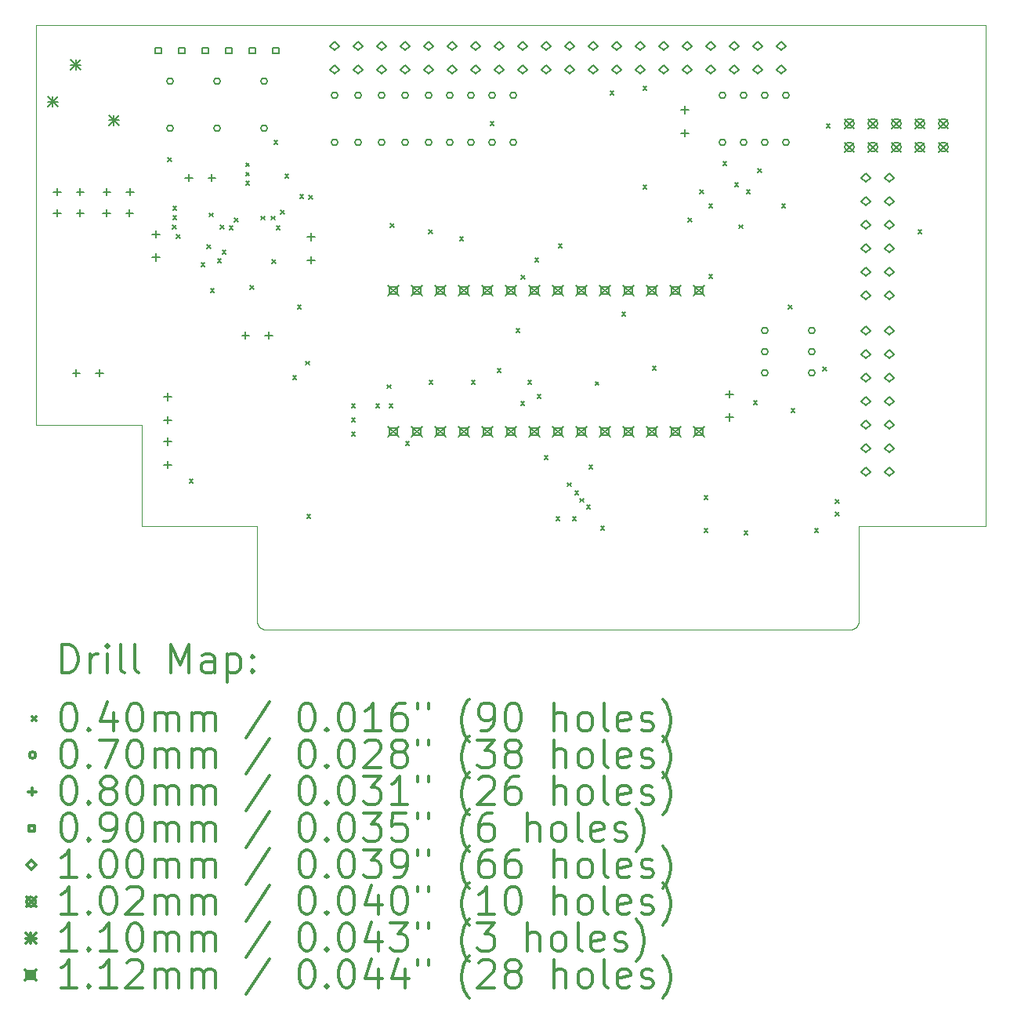
<source format=gbr>
%FSLAX45Y45*%
G04 Gerber Fmt 4.5, Leading zero omitted, Abs format (unit mm)*
G04 Created by KiCad (PCBNEW (5.1.5)-3) date 2020-10-12 17:18:43*
%MOMM*%
%LPD*%
G04 APERTURE LIST*
%TA.AperFunction,Profile*%
%ADD10C,0.050000*%
%TD*%
%ADD11C,0.200000*%
%ADD12C,0.300000*%
G04 APERTURE END LIST*
D10*
X9474200Y-6756400D02*
X19735800Y-6756400D01*
X9474200Y-11074400D02*
X9474200Y-6756400D01*
X10617200Y-11074400D02*
X9474200Y-11074400D01*
X10617200Y-12166600D02*
X10617200Y-11074400D01*
X11861800Y-12166600D02*
X10617200Y-12166600D01*
X11861800Y-13208000D02*
X11861800Y-12166600D01*
X11887200Y-13258800D02*
X11861800Y-13208000D01*
X11938000Y-13284200D02*
X11887200Y-13258800D01*
X18288000Y-13284200D02*
X11938000Y-13284200D01*
X18338800Y-13258800D02*
X18288000Y-13284200D01*
X18364200Y-13208000D02*
X18338800Y-13258800D01*
X18364200Y-12166600D02*
X18364200Y-13208000D01*
X19735800Y-12166600D02*
X18364200Y-12166600D01*
X19735800Y-6756400D02*
X19735800Y-12166600D01*
D11*
X10895270Y-8193001D02*
X10935270Y-8233001D01*
X10935270Y-8193001D02*
X10895270Y-8233001D01*
X10946359Y-8918994D02*
X10986359Y-8958994D01*
X10986359Y-8918994D02*
X10946359Y-8958994D01*
X10952800Y-8719199D02*
X10992800Y-8759199D01*
X10992800Y-8719199D02*
X10952800Y-8759199D01*
X10952800Y-8819200D02*
X10992800Y-8859200D01*
X10992800Y-8819200D02*
X10952800Y-8859200D01*
X10989604Y-9019467D02*
X11029604Y-9059467D01*
X11029604Y-9019467D02*
X10989604Y-9059467D01*
X11130600Y-11664000D02*
X11170600Y-11704000D01*
X11170600Y-11664000D02*
X11130600Y-11704000D01*
X11257600Y-9327200D02*
X11297600Y-9367200D01*
X11297600Y-9327200D02*
X11257600Y-9367200D01*
X11318987Y-9133728D02*
X11358987Y-9173728D01*
X11358987Y-9133728D02*
X11318987Y-9173728D01*
X11344952Y-8788416D02*
X11384952Y-8828416D01*
X11384952Y-8788416D02*
X11344952Y-8828416D01*
X11359200Y-9606600D02*
X11399200Y-9646600D01*
X11399200Y-9606600D02*
X11359200Y-9646600D01*
X11436802Y-9281732D02*
X11476802Y-9321732D01*
X11476802Y-9281732D02*
X11436802Y-9321732D01*
X11462999Y-8918798D02*
X11502999Y-8958798D01*
X11502999Y-8918798D02*
X11462999Y-8958798D01*
X11487390Y-9190934D02*
X11527390Y-9230934D01*
X11527390Y-9190934D02*
X11487390Y-9230934D01*
X11562265Y-8930895D02*
X11602265Y-8970895D01*
X11602265Y-8930895D02*
X11562265Y-8970895D01*
X11614955Y-8845901D02*
X11654955Y-8885901D01*
X11654955Y-8845901D02*
X11614955Y-8885901D01*
X11740098Y-8447995D02*
X11780098Y-8487995D01*
X11780098Y-8447995D02*
X11740098Y-8487995D01*
X11740200Y-8248002D02*
X11780200Y-8288002D01*
X11780200Y-8248002D02*
X11740200Y-8288002D01*
X11741141Y-8347999D02*
X11781141Y-8387999D01*
X11781141Y-8347999D02*
X11741141Y-8387999D01*
X11789731Y-9573054D02*
X11829731Y-9613054D01*
X11829731Y-9573054D02*
X11789731Y-9613054D01*
X11908172Y-8822815D02*
X11948172Y-8862815D01*
X11948172Y-8822815D02*
X11908172Y-8862815D01*
X12014396Y-8822659D02*
X12054396Y-8862659D01*
X12054396Y-8822659D02*
X12014396Y-8862659D01*
X12021680Y-9295877D02*
X12061680Y-9335877D01*
X12061680Y-9295877D02*
X12021680Y-9335877D01*
X12045000Y-8006400D02*
X12085000Y-8046400D01*
X12085000Y-8006400D02*
X12045000Y-8046400D01*
X12070400Y-8928401D02*
X12110400Y-8968401D01*
X12110400Y-8928401D02*
X12070400Y-8968401D01*
X12119042Y-8758635D02*
X12159042Y-8798635D01*
X12159042Y-8758635D02*
X12119042Y-8798635D01*
X12162694Y-8369795D02*
X12202694Y-8409795D01*
X12202694Y-8369795D02*
X12162694Y-8409795D01*
X12248200Y-10546400D02*
X12288200Y-10586400D01*
X12288200Y-10546400D02*
X12248200Y-10586400D01*
X12299000Y-9784400D02*
X12339000Y-9824400D01*
X12339000Y-9784400D02*
X12299000Y-9824400D01*
X12324400Y-8590600D02*
X12364400Y-8630600D01*
X12364400Y-8590600D02*
X12324400Y-8630600D01*
X12388548Y-10388498D02*
X12428548Y-10428498D01*
X12428548Y-10388498D02*
X12388548Y-10428498D01*
X12400600Y-12045000D02*
X12440600Y-12085000D01*
X12440600Y-12045000D02*
X12400600Y-12085000D01*
X12424202Y-8596907D02*
X12464202Y-8636907D01*
X12464202Y-8596907D02*
X12424202Y-8636907D01*
X12883200Y-11003600D02*
X12923200Y-11043600D01*
X12923200Y-11003600D02*
X12883200Y-11043600D01*
X12883200Y-11156000D02*
X12923200Y-11196000D01*
X12923200Y-11156000D02*
X12883200Y-11196000D01*
X12883200Y-10851200D02*
X12923200Y-10891200D01*
X12923200Y-10851200D02*
X12883200Y-10891200D01*
X13146036Y-10852619D02*
X13186036Y-10892619D01*
X13186036Y-10852619D02*
X13146036Y-10892619D01*
X13265830Y-10644439D02*
X13305830Y-10684439D01*
X13305830Y-10644439D02*
X13265830Y-10684439D01*
X13289600Y-10851200D02*
X13329600Y-10891200D01*
X13329600Y-10851200D02*
X13289600Y-10891200D01*
X13300053Y-8900902D02*
X13340053Y-8940902D01*
X13340053Y-8900902D02*
X13300053Y-8940902D01*
X13467400Y-11257600D02*
X13507400Y-11297600D01*
X13507400Y-11257600D02*
X13467400Y-11297600D01*
X13717098Y-8973401D02*
X13757098Y-9013401D01*
X13757098Y-8973401D02*
X13717098Y-9013401D01*
X13721400Y-10597201D02*
X13761400Y-10637201D01*
X13761400Y-10597201D02*
X13721400Y-10637201D01*
X14051600Y-9047800D02*
X14091600Y-9087800D01*
X14091600Y-9047800D02*
X14051600Y-9087800D01*
X14178600Y-10597200D02*
X14218600Y-10637200D01*
X14218600Y-10597200D02*
X14178600Y-10637200D01*
X14381800Y-7803200D02*
X14421800Y-7843200D01*
X14421800Y-7803200D02*
X14381800Y-7843200D01*
X14458000Y-10470200D02*
X14498000Y-10510200D01*
X14498000Y-10470200D02*
X14458000Y-10510200D01*
X14661200Y-10038401D02*
X14701200Y-10078401D01*
X14701200Y-10038401D02*
X14661200Y-10078401D01*
X14712000Y-10825800D02*
X14752000Y-10865800D01*
X14752000Y-10825800D02*
X14712000Y-10865800D01*
X14714604Y-9461519D02*
X14754604Y-9501519D01*
X14754604Y-9461519D02*
X14714604Y-9501519D01*
X14788200Y-10597200D02*
X14828200Y-10637200D01*
X14828200Y-10597200D02*
X14788200Y-10637200D01*
X14864403Y-9276400D02*
X14904403Y-9316400D01*
X14904403Y-9276400D02*
X14864403Y-9316400D01*
X14889800Y-10749600D02*
X14929800Y-10789600D01*
X14929800Y-10749600D02*
X14889800Y-10789600D01*
X14966000Y-11410000D02*
X15006000Y-11450000D01*
X15006000Y-11410000D02*
X14966000Y-11450000D01*
X15093000Y-12070400D02*
X15133000Y-12110400D01*
X15133000Y-12070400D02*
X15093000Y-12110400D01*
X15118400Y-9125301D02*
X15158400Y-9165301D01*
X15158400Y-9125301D02*
X15118400Y-9165301D01*
X15218306Y-11702888D02*
X15258306Y-11742888D01*
X15258306Y-11702888D02*
X15218306Y-11742888D01*
X15270800Y-12070400D02*
X15310800Y-12110400D01*
X15310800Y-12070400D02*
X15270800Y-12110400D01*
X15295697Y-11790277D02*
X15335697Y-11830277D01*
X15335697Y-11790277D02*
X15295697Y-11830277D01*
X15352824Y-11872354D02*
X15392824Y-11912354D01*
X15392824Y-11872354D02*
X15352824Y-11912354D01*
X15423200Y-11943400D02*
X15463200Y-11983400D01*
X15463200Y-11943400D02*
X15423200Y-11983400D01*
X15448600Y-11511600D02*
X15488600Y-11551600D01*
X15488600Y-11511600D02*
X15448600Y-11551600D01*
X15515692Y-10610856D02*
X15555692Y-10650856D01*
X15555692Y-10610856D02*
X15515692Y-10650856D01*
X15575600Y-12172000D02*
X15615600Y-12212000D01*
X15615600Y-12172000D02*
X15575600Y-12212000D01*
X15677200Y-7473000D02*
X15717200Y-7513000D01*
X15717200Y-7473000D02*
X15677200Y-7513000D01*
X15804200Y-9860600D02*
X15844200Y-9900600D01*
X15844200Y-9860600D02*
X15804200Y-9900600D01*
X16032800Y-7422200D02*
X16072800Y-7462200D01*
X16072800Y-7422200D02*
X16032800Y-7462200D01*
X16032800Y-8488458D02*
X16072800Y-8528458D01*
X16072800Y-8488458D02*
X16032800Y-8528458D01*
X16134400Y-10444800D02*
X16174400Y-10484800D01*
X16174400Y-10444800D02*
X16134400Y-10484800D01*
X16520153Y-8842845D02*
X16560153Y-8882845D01*
X16560153Y-8842845D02*
X16520153Y-8882845D01*
X16648327Y-8538459D02*
X16688327Y-8578459D01*
X16688327Y-8538459D02*
X16648327Y-8578459D01*
X16693200Y-11841800D02*
X16733200Y-11881800D01*
X16733200Y-11841800D02*
X16693200Y-11881800D01*
X16693200Y-12197400D02*
X16733200Y-12237400D01*
X16733200Y-12197400D02*
X16693200Y-12237400D01*
X16744000Y-8692200D02*
X16784000Y-8732200D01*
X16784000Y-8692200D02*
X16744000Y-8732200D01*
X16744000Y-9454200D02*
X16784000Y-9494200D01*
X16784000Y-9454200D02*
X16744000Y-9494200D01*
X16896400Y-8235000D02*
X16936400Y-8275000D01*
X16936400Y-8235000D02*
X16896400Y-8275000D01*
X17023400Y-8463600D02*
X17063400Y-8503600D01*
X17063400Y-8463600D02*
X17023400Y-8503600D01*
X17070895Y-8916102D02*
X17110895Y-8956102D01*
X17110895Y-8916102D02*
X17070895Y-8956102D01*
X17125000Y-12222800D02*
X17165000Y-12262800D01*
X17165000Y-12222800D02*
X17125000Y-12262800D01*
X17150401Y-8539800D02*
X17190401Y-8579800D01*
X17190401Y-8539800D02*
X17150401Y-8579800D01*
X17227799Y-10815461D02*
X17267799Y-10855461D01*
X17267799Y-10815461D02*
X17227799Y-10855461D01*
X17276180Y-8310629D02*
X17316180Y-8350629D01*
X17316180Y-8310629D02*
X17276180Y-8350629D01*
X17531400Y-8692200D02*
X17571400Y-8732200D01*
X17571400Y-8692200D02*
X17531400Y-8732200D01*
X17604027Y-9783201D02*
X17644027Y-9823201D01*
X17644027Y-9783201D02*
X17604027Y-9823201D01*
X17633000Y-10902000D02*
X17673000Y-10942000D01*
X17673000Y-10902000D02*
X17633000Y-10942000D01*
X17887000Y-12197400D02*
X17927000Y-12237400D01*
X17927000Y-12197400D02*
X17887000Y-12237400D01*
X17973666Y-10455266D02*
X18013666Y-10495266D01*
X18013666Y-10455266D02*
X17973666Y-10495266D01*
X18014000Y-7828600D02*
X18054000Y-7868600D01*
X18054000Y-7828600D02*
X18014000Y-7868600D01*
X18109772Y-11882982D02*
X18149772Y-11922982D01*
X18149772Y-11882982D02*
X18109772Y-11922982D01*
X18109772Y-12017056D02*
X18149772Y-12057056D01*
X18149772Y-12017056D02*
X18109772Y-12057056D01*
X19004600Y-8971600D02*
X19044600Y-9011600D01*
X19044600Y-8971600D02*
X19004600Y-9011600D01*
X17383200Y-10058400D02*
G75*
G03X17383200Y-10058400I-35000J0D01*
G01*
X17891200Y-10058400D02*
G75*
G03X17891200Y-10058400I-35000J0D01*
G01*
X14436800Y-7518400D02*
G75*
G03X14436800Y-7518400I-35000J0D01*
G01*
X14436800Y-8026400D02*
G75*
G03X14436800Y-8026400I-35000J0D01*
G01*
X14665400Y-7518400D02*
G75*
G03X14665400Y-7518400I-35000J0D01*
G01*
X14665400Y-8026400D02*
G75*
G03X14665400Y-8026400I-35000J0D01*
G01*
X13751000Y-7518400D02*
G75*
G03X13751000Y-7518400I-35000J0D01*
G01*
X13751000Y-8026400D02*
G75*
G03X13751000Y-8026400I-35000J0D01*
G01*
X16926000Y-7518400D02*
G75*
G03X16926000Y-7518400I-35000J0D01*
G01*
X16926000Y-8026400D02*
G75*
G03X16926000Y-8026400I-35000J0D01*
G01*
X11465000Y-7366000D02*
G75*
G03X11465000Y-7366000I-35000J0D01*
G01*
X11465000Y-7874000D02*
G75*
G03X11465000Y-7874000I-35000J0D01*
G01*
X14208200Y-7518400D02*
G75*
G03X14208200Y-7518400I-35000J0D01*
G01*
X14208200Y-8026400D02*
G75*
G03X14208200Y-8026400I-35000J0D01*
G01*
X17611800Y-7518400D02*
G75*
G03X17611800Y-7518400I-35000J0D01*
G01*
X17611800Y-8026400D02*
G75*
G03X17611800Y-8026400I-35000J0D01*
G01*
X12989000Y-7518400D02*
G75*
G03X12989000Y-7518400I-35000J0D01*
G01*
X12989000Y-8026400D02*
G75*
G03X12989000Y-8026400I-35000J0D01*
G01*
X13497000Y-7518400D02*
G75*
G03X13497000Y-7518400I-35000J0D01*
G01*
X13497000Y-8026400D02*
G75*
G03X13497000Y-8026400I-35000J0D01*
G01*
X13979600Y-7518400D02*
G75*
G03X13979600Y-7518400I-35000J0D01*
G01*
X13979600Y-8026400D02*
G75*
G03X13979600Y-8026400I-35000J0D01*
G01*
X12735000Y-7518400D02*
G75*
G03X12735000Y-7518400I-35000J0D01*
G01*
X12735000Y-8026400D02*
G75*
G03X12735000Y-8026400I-35000J0D01*
G01*
X17154600Y-7518400D02*
G75*
G03X17154600Y-7518400I-35000J0D01*
G01*
X17154600Y-8026400D02*
G75*
G03X17154600Y-8026400I-35000J0D01*
G01*
X17383200Y-10515600D02*
G75*
G03X17383200Y-10515600I-35000J0D01*
G01*
X17891200Y-10515600D02*
G75*
G03X17891200Y-10515600I-35000J0D01*
G01*
X13243000Y-7518400D02*
G75*
G03X13243000Y-7518400I-35000J0D01*
G01*
X13243000Y-8026400D02*
G75*
G03X13243000Y-8026400I-35000J0D01*
G01*
X11973000Y-7366000D02*
G75*
G03X11973000Y-7366000I-35000J0D01*
G01*
X11973000Y-7874000D02*
G75*
G03X11973000Y-7874000I-35000J0D01*
G01*
X17383200Y-10287000D02*
G75*
G03X17383200Y-10287000I-35000J0D01*
G01*
X17891200Y-10287000D02*
G75*
G03X17891200Y-10287000I-35000J0D01*
G01*
X10957000Y-7366000D02*
G75*
G03X10957000Y-7366000I-35000J0D01*
G01*
X10957000Y-7874000D02*
G75*
G03X10957000Y-7874000I-35000J0D01*
G01*
X17383200Y-7518400D02*
G75*
G03X17383200Y-7518400I-35000J0D01*
G01*
X17383200Y-8026400D02*
G75*
G03X17383200Y-8026400I-35000J0D01*
G01*
X10240200Y-8519800D02*
X10240200Y-8599800D01*
X10200200Y-8559800D02*
X10280200Y-8559800D01*
X10490200Y-8519800D02*
X10490200Y-8599800D01*
X10450200Y-8559800D02*
X10530200Y-8559800D01*
X10769600Y-8977000D02*
X10769600Y-9057000D01*
X10729600Y-9017000D02*
X10809600Y-9017000D01*
X10769600Y-9227000D02*
X10769600Y-9307000D01*
X10729600Y-9267000D02*
X10809600Y-9267000D01*
X12446000Y-9006400D02*
X12446000Y-9086400D01*
X12406000Y-9046400D02*
X12486000Y-9046400D01*
X12446000Y-9256400D02*
X12446000Y-9336400D01*
X12406000Y-9296400D02*
X12486000Y-9296400D01*
X11125200Y-8367400D02*
X11125200Y-8447400D01*
X11085200Y-8407400D02*
X11165200Y-8407400D01*
X11375200Y-8367400D02*
X11375200Y-8447400D01*
X11335200Y-8407400D02*
X11415200Y-8407400D01*
X11738800Y-10069200D02*
X11738800Y-10149200D01*
X11698800Y-10109200D02*
X11778800Y-10109200D01*
X11988800Y-10069200D02*
X11988800Y-10149200D01*
X11948800Y-10109200D02*
X12028800Y-10109200D01*
X9910000Y-10475600D02*
X9910000Y-10555600D01*
X9870000Y-10515600D02*
X9950000Y-10515600D01*
X10160000Y-10475600D02*
X10160000Y-10555600D01*
X10120000Y-10515600D02*
X10200000Y-10515600D01*
X10236200Y-8748400D02*
X10236200Y-8828400D01*
X10196200Y-8788400D02*
X10276200Y-8788400D01*
X10486200Y-8748400D02*
X10486200Y-8828400D01*
X10446200Y-8788400D02*
X10526200Y-8788400D01*
X10896600Y-11216200D02*
X10896600Y-11296200D01*
X10856600Y-11256200D02*
X10936600Y-11256200D01*
X10896600Y-11466200D02*
X10896600Y-11546200D01*
X10856600Y-11506200D02*
X10936600Y-11506200D01*
X9702800Y-8519800D02*
X9702800Y-8599800D01*
X9662800Y-8559800D02*
X9742800Y-8559800D01*
X9952800Y-8519800D02*
X9952800Y-8599800D01*
X9912800Y-8559800D02*
X9992800Y-8559800D01*
X9702800Y-8748400D02*
X9702800Y-8828400D01*
X9662800Y-8788400D02*
X9742800Y-8788400D01*
X9952800Y-8748400D02*
X9952800Y-8828400D01*
X9912800Y-8788400D02*
X9992800Y-8788400D01*
X16967200Y-10704200D02*
X16967200Y-10784200D01*
X16927200Y-10744200D02*
X17007200Y-10744200D01*
X16967200Y-10954200D02*
X16967200Y-11034200D01*
X16927200Y-10994200D02*
X17007200Y-10994200D01*
X16484600Y-7634800D02*
X16484600Y-7714800D01*
X16444600Y-7674800D02*
X16524600Y-7674800D01*
X16484600Y-7884800D02*
X16484600Y-7964800D01*
X16444600Y-7924800D02*
X16524600Y-7924800D01*
X10896600Y-10733600D02*
X10896600Y-10813600D01*
X10856600Y-10773600D02*
X10936600Y-10773600D01*
X10896600Y-10983600D02*
X10896600Y-11063600D01*
X10856600Y-11023600D02*
X10936600Y-11023600D01*
X11334820Y-7067620D02*
X11334820Y-7003980D01*
X11271180Y-7003980D01*
X11271180Y-7067620D01*
X11334820Y-7067620D01*
X11588820Y-7067620D02*
X11588820Y-7003980D01*
X11525180Y-7003980D01*
X11525180Y-7067620D01*
X11588820Y-7067620D01*
X10826820Y-7067620D02*
X10826820Y-7003980D01*
X10763180Y-7003980D01*
X10763180Y-7067620D01*
X10826820Y-7067620D01*
X11080820Y-7067620D02*
X11080820Y-7003980D01*
X11017180Y-7003980D01*
X11017180Y-7067620D01*
X11080820Y-7067620D01*
X11842820Y-7067620D02*
X11842820Y-7003980D01*
X11779180Y-7003980D01*
X11779180Y-7067620D01*
X11842820Y-7067620D01*
X12096820Y-7067620D02*
X12096820Y-7003980D01*
X12033180Y-7003980D01*
X12033180Y-7067620D01*
X12096820Y-7067620D01*
X18440400Y-8457400D02*
X18490400Y-8407400D01*
X18440400Y-8357400D01*
X18390400Y-8407400D01*
X18440400Y-8457400D01*
X18440400Y-8711400D02*
X18490400Y-8661400D01*
X18440400Y-8611400D01*
X18390400Y-8661400D01*
X18440400Y-8711400D01*
X18440400Y-8965400D02*
X18490400Y-8915400D01*
X18440400Y-8865400D01*
X18390400Y-8915400D01*
X18440400Y-8965400D01*
X18440400Y-9219400D02*
X18490400Y-9169400D01*
X18440400Y-9119400D01*
X18390400Y-9169400D01*
X18440400Y-9219400D01*
X18440400Y-9473400D02*
X18490400Y-9423400D01*
X18440400Y-9373400D01*
X18390400Y-9423400D01*
X18440400Y-9473400D01*
X18440400Y-9727400D02*
X18490400Y-9677400D01*
X18440400Y-9627400D01*
X18390400Y-9677400D01*
X18440400Y-9727400D01*
X18694400Y-8457400D02*
X18744400Y-8407400D01*
X18694400Y-8357400D01*
X18644400Y-8407400D01*
X18694400Y-8457400D01*
X18694400Y-8711400D02*
X18744400Y-8661400D01*
X18694400Y-8611400D01*
X18644400Y-8661400D01*
X18694400Y-8711400D01*
X18694400Y-8965400D02*
X18744400Y-8915400D01*
X18694400Y-8865400D01*
X18644400Y-8915400D01*
X18694400Y-8965400D01*
X18694400Y-9219400D02*
X18744400Y-9169400D01*
X18694400Y-9119400D01*
X18644400Y-9169400D01*
X18694400Y-9219400D01*
X18694400Y-9473400D02*
X18744400Y-9423400D01*
X18694400Y-9373400D01*
X18644400Y-9423400D01*
X18694400Y-9473400D01*
X18694400Y-9727400D02*
X18744400Y-9677400D01*
X18694400Y-9627400D01*
X18644400Y-9677400D01*
X18694400Y-9727400D01*
X12700000Y-7035000D02*
X12750000Y-6985000D01*
X12700000Y-6935000D01*
X12650000Y-6985000D01*
X12700000Y-7035000D01*
X12700000Y-7289000D02*
X12750000Y-7239000D01*
X12700000Y-7189000D01*
X12650000Y-7239000D01*
X12700000Y-7289000D01*
X12954000Y-7035000D02*
X13004000Y-6985000D01*
X12954000Y-6935000D01*
X12904000Y-6985000D01*
X12954000Y-7035000D01*
X12954000Y-7289000D02*
X13004000Y-7239000D01*
X12954000Y-7189000D01*
X12904000Y-7239000D01*
X12954000Y-7289000D01*
X13208000Y-7035000D02*
X13258000Y-6985000D01*
X13208000Y-6935000D01*
X13158000Y-6985000D01*
X13208000Y-7035000D01*
X13208000Y-7289000D02*
X13258000Y-7239000D01*
X13208000Y-7189000D01*
X13158000Y-7239000D01*
X13208000Y-7289000D01*
X13462000Y-7035000D02*
X13512000Y-6985000D01*
X13462000Y-6935000D01*
X13412000Y-6985000D01*
X13462000Y-7035000D01*
X13462000Y-7289000D02*
X13512000Y-7239000D01*
X13462000Y-7189000D01*
X13412000Y-7239000D01*
X13462000Y-7289000D01*
X13716000Y-7035000D02*
X13766000Y-6985000D01*
X13716000Y-6935000D01*
X13666000Y-6985000D01*
X13716000Y-7035000D01*
X13716000Y-7289000D02*
X13766000Y-7239000D01*
X13716000Y-7189000D01*
X13666000Y-7239000D01*
X13716000Y-7289000D01*
X13970000Y-7035000D02*
X14020000Y-6985000D01*
X13970000Y-6935000D01*
X13920000Y-6985000D01*
X13970000Y-7035000D01*
X13970000Y-7289000D02*
X14020000Y-7239000D01*
X13970000Y-7189000D01*
X13920000Y-7239000D01*
X13970000Y-7289000D01*
X14224000Y-7035000D02*
X14274000Y-6985000D01*
X14224000Y-6935000D01*
X14174000Y-6985000D01*
X14224000Y-7035000D01*
X14224000Y-7289000D02*
X14274000Y-7239000D01*
X14224000Y-7189000D01*
X14174000Y-7239000D01*
X14224000Y-7289000D01*
X14478000Y-7035000D02*
X14528000Y-6985000D01*
X14478000Y-6935000D01*
X14428000Y-6985000D01*
X14478000Y-7035000D01*
X14478000Y-7289000D02*
X14528000Y-7239000D01*
X14478000Y-7189000D01*
X14428000Y-7239000D01*
X14478000Y-7289000D01*
X14732000Y-7035000D02*
X14782000Y-6985000D01*
X14732000Y-6935000D01*
X14682000Y-6985000D01*
X14732000Y-7035000D01*
X14732000Y-7289000D02*
X14782000Y-7239000D01*
X14732000Y-7189000D01*
X14682000Y-7239000D01*
X14732000Y-7289000D01*
X14986000Y-7035000D02*
X15036000Y-6985000D01*
X14986000Y-6935000D01*
X14936000Y-6985000D01*
X14986000Y-7035000D01*
X14986000Y-7289000D02*
X15036000Y-7239000D01*
X14986000Y-7189000D01*
X14936000Y-7239000D01*
X14986000Y-7289000D01*
X15240000Y-7035000D02*
X15290000Y-6985000D01*
X15240000Y-6935000D01*
X15190000Y-6985000D01*
X15240000Y-7035000D01*
X15240000Y-7289000D02*
X15290000Y-7239000D01*
X15240000Y-7189000D01*
X15190000Y-7239000D01*
X15240000Y-7289000D01*
X15494000Y-7035000D02*
X15544000Y-6985000D01*
X15494000Y-6935000D01*
X15444000Y-6985000D01*
X15494000Y-7035000D01*
X15494000Y-7289000D02*
X15544000Y-7239000D01*
X15494000Y-7189000D01*
X15444000Y-7239000D01*
X15494000Y-7289000D01*
X15748000Y-7035000D02*
X15798000Y-6985000D01*
X15748000Y-6935000D01*
X15698000Y-6985000D01*
X15748000Y-7035000D01*
X15748000Y-7289000D02*
X15798000Y-7239000D01*
X15748000Y-7189000D01*
X15698000Y-7239000D01*
X15748000Y-7289000D01*
X16002000Y-7035000D02*
X16052000Y-6985000D01*
X16002000Y-6935000D01*
X15952000Y-6985000D01*
X16002000Y-7035000D01*
X16002000Y-7289000D02*
X16052000Y-7239000D01*
X16002000Y-7189000D01*
X15952000Y-7239000D01*
X16002000Y-7289000D01*
X16256000Y-7035000D02*
X16306000Y-6985000D01*
X16256000Y-6935000D01*
X16206000Y-6985000D01*
X16256000Y-7035000D01*
X16256000Y-7289000D02*
X16306000Y-7239000D01*
X16256000Y-7189000D01*
X16206000Y-7239000D01*
X16256000Y-7289000D01*
X16510000Y-7035000D02*
X16560000Y-6985000D01*
X16510000Y-6935000D01*
X16460000Y-6985000D01*
X16510000Y-7035000D01*
X16510000Y-7289000D02*
X16560000Y-7239000D01*
X16510000Y-7189000D01*
X16460000Y-7239000D01*
X16510000Y-7289000D01*
X16764000Y-7035000D02*
X16814000Y-6985000D01*
X16764000Y-6935000D01*
X16714000Y-6985000D01*
X16764000Y-7035000D01*
X16764000Y-7289000D02*
X16814000Y-7239000D01*
X16764000Y-7189000D01*
X16714000Y-7239000D01*
X16764000Y-7289000D01*
X17018000Y-7035000D02*
X17068000Y-6985000D01*
X17018000Y-6935000D01*
X16968000Y-6985000D01*
X17018000Y-7035000D01*
X17018000Y-7289000D02*
X17068000Y-7239000D01*
X17018000Y-7189000D01*
X16968000Y-7239000D01*
X17018000Y-7289000D01*
X17272000Y-7035000D02*
X17322000Y-6985000D01*
X17272000Y-6935000D01*
X17222000Y-6985000D01*
X17272000Y-7035000D01*
X17272000Y-7289000D02*
X17322000Y-7239000D01*
X17272000Y-7189000D01*
X17222000Y-7239000D01*
X17272000Y-7289000D01*
X17526000Y-7035000D02*
X17576000Y-6985000D01*
X17526000Y-6935000D01*
X17476000Y-6985000D01*
X17526000Y-7035000D01*
X17526000Y-7289000D02*
X17576000Y-7239000D01*
X17526000Y-7189000D01*
X17476000Y-7239000D01*
X17526000Y-7289000D01*
X18440400Y-10108400D02*
X18490400Y-10058400D01*
X18440400Y-10008400D01*
X18390400Y-10058400D01*
X18440400Y-10108400D01*
X18440400Y-10362400D02*
X18490400Y-10312400D01*
X18440400Y-10262400D01*
X18390400Y-10312400D01*
X18440400Y-10362400D01*
X18440400Y-10616400D02*
X18490400Y-10566400D01*
X18440400Y-10516400D01*
X18390400Y-10566400D01*
X18440400Y-10616400D01*
X18440400Y-10870400D02*
X18490400Y-10820400D01*
X18440400Y-10770400D01*
X18390400Y-10820400D01*
X18440400Y-10870400D01*
X18440400Y-11124400D02*
X18490400Y-11074400D01*
X18440400Y-11024400D01*
X18390400Y-11074400D01*
X18440400Y-11124400D01*
X18440400Y-11378400D02*
X18490400Y-11328400D01*
X18440400Y-11278400D01*
X18390400Y-11328400D01*
X18440400Y-11378400D01*
X18440400Y-11632400D02*
X18490400Y-11582400D01*
X18440400Y-11532400D01*
X18390400Y-11582400D01*
X18440400Y-11632400D01*
X18694400Y-10108400D02*
X18744400Y-10058400D01*
X18694400Y-10008400D01*
X18644400Y-10058400D01*
X18694400Y-10108400D01*
X18694400Y-10362400D02*
X18744400Y-10312400D01*
X18694400Y-10262400D01*
X18644400Y-10312400D01*
X18694400Y-10362400D01*
X18694400Y-10616400D02*
X18744400Y-10566400D01*
X18694400Y-10516400D01*
X18644400Y-10566400D01*
X18694400Y-10616400D01*
X18694400Y-10870400D02*
X18744400Y-10820400D01*
X18694400Y-10770400D01*
X18644400Y-10820400D01*
X18694400Y-10870400D01*
X18694400Y-11124400D02*
X18744400Y-11074400D01*
X18694400Y-11024400D01*
X18644400Y-11074400D01*
X18694400Y-11124400D01*
X18694400Y-11378400D02*
X18744400Y-11328400D01*
X18694400Y-11278400D01*
X18644400Y-11328400D01*
X18694400Y-11378400D01*
X18694400Y-11632400D02*
X18744400Y-11582400D01*
X18694400Y-11532400D01*
X18644400Y-11582400D01*
X18694400Y-11632400D01*
X18211800Y-7772400D02*
X18313400Y-7874000D01*
X18313400Y-7772400D02*
X18211800Y-7874000D01*
X18313400Y-7823200D02*
G75*
G03X18313400Y-7823200I-50800J0D01*
G01*
X18211800Y-8026400D02*
X18313400Y-8128000D01*
X18313400Y-8026400D02*
X18211800Y-8128000D01*
X18313400Y-8077200D02*
G75*
G03X18313400Y-8077200I-50800J0D01*
G01*
X18465800Y-7772400D02*
X18567400Y-7874000D01*
X18567400Y-7772400D02*
X18465800Y-7874000D01*
X18567400Y-7823200D02*
G75*
G03X18567400Y-7823200I-50800J0D01*
G01*
X18465800Y-8026400D02*
X18567400Y-8128000D01*
X18567400Y-8026400D02*
X18465800Y-8128000D01*
X18567400Y-8077200D02*
G75*
G03X18567400Y-8077200I-50800J0D01*
G01*
X18719800Y-7772400D02*
X18821400Y-7874000D01*
X18821400Y-7772400D02*
X18719800Y-7874000D01*
X18821400Y-7823200D02*
G75*
G03X18821400Y-7823200I-50800J0D01*
G01*
X18719800Y-8026400D02*
X18821400Y-8128000D01*
X18821400Y-8026400D02*
X18719800Y-8128000D01*
X18821400Y-8077200D02*
G75*
G03X18821400Y-8077200I-50800J0D01*
G01*
X18973800Y-7772400D02*
X19075400Y-7874000D01*
X19075400Y-7772400D02*
X18973800Y-7874000D01*
X19075400Y-7823200D02*
G75*
G03X19075400Y-7823200I-50800J0D01*
G01*
X18973800Y-8026400D02*
X19075400Y-8128000D01*
X19075400Y-8026400D02*
X18973800Y-8128000D01*
X19075400Y-8077200D02*
G75*
G03X19075400Y-8077200I-50800J0D01*
G01*
X19227800Y-7772400D02*
X19329400Y-7874000D01*
X19329400Y-7772400D02*
X19227800Y-7874000D01*
X19329400Y-7823200D02*
G75*
G03X19329400Y-7823200I-50800J0D01*
G01*
X19227800Y-8026400D02*
X19329400Y-8128000D01*
X19329400Y-8026400D02*
X19227800Y-8128000D01*
X19329400Y-8077200D02*
G75*
G03X19329400Y-8077200I-50800J0D01*
G01*
X9601000Y-7533200D02*
X9711000Y-7643200D01*
X9711000Y-7533200D02*
X9601000Y-7643200D01*
X9656000Y-7533200D02*
X9656000Y-7643200D01*
X9601000Y-7588200D02*
X9711000Y-7588200D01*
X9851000Y-7133200D02*
X9961000Y-7243200D01*
X9961000Y-7133200D02*
X9851000Y-7243200D01*
X9906000Y-7133200D02*
X9906000Y-7243200D01*
X9851000Y-7188200D02*
X9961000Y-7188200D01*
X10261000Y-7733200D02*
X10371000Y-7843200D01*
X10371000Y-7733200D02*
X10261000Y-7843200D01*
X10316000Y-7733200D02*
X10316000Y-7843200D01*
X10261000Y-7788200D02*
X10371000Y-7788200D01*
X13279120Y-9570720D02*
X13390880Y-9682480D01*
X13390880Y-9570720D02*
X13279120Y-9682480D01*
X13374513Y-9666114D02*
X13374513Y-9587087D01*
X13295486Y-9587087D01*
X13295486Y-9666114D01*
X13374513Y-9666114D01*
X13279120Y-11094720D02*
X13390880Y-11206480D01*
X13390880Y-11094720D02*
X13279120Y-11206480D01*
X13374513Y-11190113D02*
X13374513Y-11111087D01*
X13295486Y-11111087D01*
X13295486Y-11190113D01*
X13374513Y-11190113D01*
X13533120Y-9570720D02*
X13644880Y-9682480D01*
X13644880Y-9570720D02*
X13533120Y-9682480D01*
X13628513Y-9666114D02*
X13628513Y-9587087D01*
X13549486Y-9587087D01*
X13549486Y-9666114D01*
X13628513Y-9666114D01*
X13533120Y-11094720D02*
X13644880Y-11206480D01*
X13644880Y-11094720D02*
X13533120Y-11206480D01*
X13628513Y-11190113D02*
X13628513Y-11111087D01*
X13549486Y-11111087D01*
X13549486Y-11190113D01*
X13628513Y-11190113D01*
X13787120Y-9570720D02*
X13898880Y-9682480D01*
X13898880Y-9570720D02*
X13787120Y-9682480D01*
X13882513Y-9666114D02*
X13882513Y-9587087D01*
X13803486Y-9587087D01*
X13803486Y-9666114D01*
X13882513Y-9666114D01*
X13787120Y-11094720D02*
X13898880Y-11206480D01*
X13898880Y-11094720D02*
X13787120Y-11206480D01*
X13882513Y-11190113D02*
X13882513Y-11111087D01*
X13803486Y-11111087D01*
X13803486Y-11190113D01*
X13882513Y-11190113D01*
X14041120Y-9570720D02*
X14152880Y-9682480D01*
X14152880Y-9570720D02*
X14041120Y-9682480D01*
X14136513Y-9666114D02*
X14136513Y-9587087D01*
X14057486Y-9587087D01*
X14057486Y-9666114D01*
X14136513Y-9666114D01*
X14041120Y-11094720D02*
X14152880Y-11206480D01*
X14152880Y-11094720D02*
X14041120Y-11206480D01*
X14136513Y-11190113D02*
X14136513Y-11111087D01*
X14057486Y-11111087D01*
X14057486Y-11190113D01*
X14136513Y-11190113D01*
X14295120Y-9570720D02*
X14406880Y-9682480D01*
X14406880Y-9570720D02*
X14295120Y-9682480D01*
X14390513Y-9666114D02*
X14390513Y-9587087D01*
X14311486Y-9587087D01*
X14311486Y-9666114D01*
X14390513Y-9666114D01*
X14295120Y-11094720D02*
X14406880Y-11206480D01*
X14406880Y-11094720D02*
X14295120Y-11206480D01*
X14390513Y-11190113D02*
X14390513Y-11111087D01*
X14311486Y-11111087D01*
X14311486Y-11190113D01*
X14390513Y-11190113D01*
X14549120Y-9570720D02*
X14660880Y-9682480D01*
X14660880Y-9570720D02*
X14549120Y-9682480D01*
X14644513Y-9666114D02*
X14644513Y-9587087D01*
X14565486Y-9587087D01*
X14565486Y-9666114D01*
X14644513Y-9666114D01*
X14549120Y-11094720D02*
X14660880Y-11206480D01*
X14660880Y-11094720D02*
X14549120Y-11206480D01*
X14644513Y-11190113D02*
X14644513Y-11111087D01*
X14565486Y-11111087D01*
X14565486Y-11190113D01*
X14644513Y-11190113D01*
X14803120Y-9570720D02*
X14914880Y-9682480D01*
X14914880Y-9570720D02*
X14803120Y-9682480D01*
X14898513Y-9666114D02*
X14898513Y-9587087D01*
X14819486Y-9587087D01*
X14819486Y-9666114D01*
X14898513Y-9666114D01*
X14803120Y-11094720D02*
X14914880Y-11206480D01*
X14914880Y-11094720D02*
X14803120Y-11206480D01*
X14898513Y-11190113D02*
X14898513Y-11111087D01*
X14819486Y-11111087D01*
X14819486Y-11190113D01*
X14898513Y-11190113D01*
X15057120Y-9570720D02*
X15168880Y-9682480D01*
X15168880Y-9570720D02*
X15057120Y-9682480D01*
X15152513Y-9666114D02*
X15152513Y-9587087D01*
X15073486Y-9587087D01*
X15073486Y-9666114D01*
X15152513Y-9666114D01*
X15057120Y-11094720D02*
X15168880Y-11206480D01*
X15168880Y-11094720D02*
X15057120Y-11206480D01*
X15152513Y-11190113D02*
X15152513Y-11111087D01*
X15073486Y-11111087D01*
X15073486Y-11190113D01*
X15152513Y-11190113D01*
X15311120Y-9570720D02*
X15422880Y-9682480D01*
X15422880Y-9570720D02*
X15311120Y-9682480D01*
X15406513Y-9666114D02*
X15406513Y-9587087D01*
X15327486Y-9587087D01*
X15327486Y-9666114D01*
X15406513Y-9666114D01*
X15311120Y-11094720D02*
X15422880Y-11206480D01*
X15422880Y-11094720D02*
X15311120Y-11206480D01*
X15406513Y-11190113D02*
X15406513Y-11111087D01*
X15327486Y-11111087D01*
X15327486Y-11190113D01*
X15406513Y-11190113D01*
X15565120Y-9570720D02*
X15676880Y-9682480D01*
X15676880Y-9570720D02*
X15565120Y-9682480D01*
X15660513Y-9666114D02*
X15660513Y-9587087D01*
X15581486Y-9587087D01*
X15581486Y-9666114D01*
X15660513Y-9666114D01*
X15565120Y-11094720D02*
X15676880Y-11206480D01*
X15676880Y-11094720D02*
X15565120Y-11206480D01*
X15660513Y-11190113D02*
X15660513Y-11111087D01*
X15581486Y-11111087D01*
X15581486Y-11190113D01*
X15660513Y-11190113D01*
X15819120Y-9570720D02*
X15930880Y-9682480D01*
X15930880Y-9570720D02*
X15819120Y-9682480D01*
X15914513Y-9666114D02*
X15914513Y-9587087D01*
X15835486Y-9587087D01*
X15835486Y-9666114D01*
X15914513Y-9666114D01*
X15819120Y-11094720D02*
X15930880Y-11206480D01*
X15930880Y-11094720D02*
X15819120Y-11206480D01*
X15914513Y-11190113D02*
X15914513Y-11111087D01*
X15835486Y-11111087D01*
X15835486Y-11190113D01*
X15914513Y-11190113D01*
X16073120Y-9570720D02*
X16184880Y-9682480D01*
X16184880Y-9570720D02*
X16073120Y-9682480D01*
X16168513Y-9666114D02*
X16168513Y-9587087D01*
X16089486Y-9587087D01*
X16089486Y-9666114D01*
X16168513Y-9666114D01*
X16073120Y-11094720D02*
X16184880Y-11206480D01*
X16184880Y-11094720D02*
X16073120Y-11206480D01*
X16168513Y-11190113D02*
X16168513Y-11111087D01*
X16089486Y-11111087D01*
X16089486Y-11190113D01*
X16168513Y-11190113D01*
X16327120Y-9570720D02*
X16438880Y-9682480D01*
X16438880Y-9570720D02*
X16327120Y-9682480D01*
X16422513Y-9666114D02*
X16422513Y-9587087D01*
X16343486Y-9587087D01*
X16343486Y-9666114D01*
X16422513Y-9666114D01*
X16327120Y-11094720D02*
X16438880Y-11206480D01*
X16438880Y-11094720D02*
X16327120Y-11206480D01*
X16422513Y-11190113D02*
X16422513Y-11111087D01*
X16343486Y-11111087D01*
X16343486Y-11190113D01*
X16422513Y-11190113D01*
X16581120Y-9570720D02*
X16692880Y-9682480D01*
X16692880Y-9570720D02*
X16581120Y-9682480D01*
X16676513Y-9666114D02*
X16676513Y-9587087D01*
X16597486Y-9587087D01*
X16597486Y-9666114D01*
X16676513Y-9666114D01*
X16581120Y-11094720D02*
X16692880Y-11206480D01*
X16692880Y-11094720D02*
X16581120Y-11206480D01*
X16676513Y-11190113D02*
X16676513Y-11111087D01*
X16597486Y-11111087D01*
X16597486Y-11190113D01*
X16676513Y-11190113D01*
D12*
X9758128Y-13752414D02*
X9758128Y-13452414D01*
X9829557Y-13452414D01*
X9872414Y-13466700D01*
X9900986Y-13495271D01*
X9915271Y-13523843D01*
X9929557Y-13580986D01*
X9929557Y-13623843D01*
X9915271Y-13680986D01*
X9900986Y-13709557D01*
X9872414Y-13738129D01*
X9829557Y-13752414D01*
X9758128Y-13752414D01*
X10058128Y-13752414D02*
X10058128Y-13552414D01*
X10058128Y-13609557D02*
X10072414Y-13580986D01*
X10086700Y-13566700D01*
X10115271Y-13552414D01*
X10143843Y-13552414D01*
X10243843Y-13752414D02*
X10243843Y-13552414D01*
X10243843Y-13452414D02*
X10229557Y-13466700D01*
X10243843Y-13480986D01*
X10258128Y-13466700D01*
X10243843Y-13452414D01*
X10243843Y-13480986D01*
X10429557Y-13752414D02*
X10400986Y-13738129D01*
X10386700Y-13709557D01*
X10386700Y-13452414D01*
X10586700Y-13752414D02*
X10558128Y-13738129D01*
X10543843Y-13709557D01*
X10543843Y-13452414D01*
X10929557Y-13752414D02*
X10929557Y-13452414D01*
X11029557Y-13666700D01*
X11129557Y-13452414D01*
X11129557Y-13752414D01*
X11400986Y-13752414D02*
X11400986Y-13595271D01*
X11386700Y-13566700D01*
X11358128Y-13552414D01*
X11300986Y-13552414D01*
X11272414Y-13566700D01*
X11400986Y-13738129D02*
X11372414Y-13752414D01*
X11300986Y-13752414D01*
X11272414Y-13738129D01*
X11258128Y-13709557D01*
X11258128Y-13680986D01*
X11272414Y-13652414D01*
X11300986Y-13638129D01*
X11372414Y-13638129D01*
X11400986Y-13623843D01*
X11543843Y-13552414D02*
X11543843Y-13852414D01*
X11543843Y-13566700D02*
X11572414Y-13552414D01*
X11629557Y-13552414D01*
X11658128Y-13566700D01*
X11672414Y-13580986D01*
X11686700Y-13609557D01*
X11686700Y-13695271D01*
X11672414Y-13723843D01*
X11658128Y-13738129D01*
X11629557Y-13752414D01*
X11572414Y-13752414D01*
X11543843Y-13738129D01*
X11815271Y-13723843D02*
X11829557Y-13738129D01*
X11815271Y-13752414D01*
X11800986Y-13738129D01*
X11815271Y-13723843D01*
X11815271Y-13752414D01*
X11815271Y-13566700D02*
X11829557Y-13580986D01*
X11815271Y-13595271D01*
X11800986Y-13580986D01*
X11815271Y-13566700D01*
X11815271Y-13595271D01*
X9431700Y-14226700D02*
X9471700Y-14266700D01*
X9471700Y-14226700D02*
X9431700Y-14266700D01*
X9815271Y-14082414D02*
X9843843Y-14082414D01*
X9872414Y-14096700D01*
X9886700Y-14110986D01*
X9900986Y-14139557D01*
X9915271Y-14196700D01*
X9915271Y-14268129D01*
X9900986Y-14325271D01*
X9886700Y-14353843D01*
X9872414Y-14368129D01*
X9843843Y-14382414D01*
X9815271Y-14382414D01*
X9786700Y-14368129D01*
X9772414Y-14353843D01*
X9758128Y-14325271D01*
X9743843Y-14268129D01*
X9743843Y-14196700D01*
X9758128Y-14139557D01*
X9772414Y-14110986D01*
X9786700Y-14096700D01*
X9815271Y-14082414D01*
X10043843Y-14353843D02*
X10058128Y-14368129D01*
X10043843Y-14382414D01*
X10029557Y-14368129D01*
X10043843Y-14353843D01*
X10043843Y-14382414D01*
X10315271Y-14182414D02*
X10315271Y-14382414D01*
X10243843Y-14068129D02*
X10172414Y-14282414D01*
X10358128Y-14282414D01*
X10529557Y-14082414D02*
X10558128Y-14082414D01*
X10586700Y-14096700D01*
X10600986Y-14110986D01*
X10615271Y-14139557D01*
X10629557Y-14196700D01*
X10629557Y-14268129D01*
X10615271Y-14325271D01*
X10600986Y-14353843D01*
X10586700Y-14368129D01*
X10558128Y-14382414D01*
X10529557Y-14382414D01*
X10500986Y-14368129D01*
X10486700Y-14353843D01*
X10472414Y-14325271D01*
X10458128Y-14268129D01*
X10458128Y-14196700D01*
X10472414Y-14139557D01*
X10486700Y-14110986D01*
X10500986Y-14096700D01*
X10529557Y-14082414D01*
X10758128Y-14382414D02*
X10758128Y-14182414D01*
X10758128Y-14210986D02*
X10772414Y-14196700D01*
X10800986Y-14182414D01*
X10843843Y-14182414D01*
X10872414Y-14196700D01*
X10886700Y-14225271D01*
X10886700Y-14382414D01*
X10886700Y-14225271D02*
X10900986Y-14196700D01*
X10929557Y-14182414D01*
X10972414Y-14182414D01*
X11000986Y-14196700D01*
X11015271Y-14225271D01*
X11015271Y-14382414D01*
X11158128Y-14382414D02*
X11158128Y-14182414D01*
X11158128Y-14210986D02*
X11172414Y-14196700D01*
X11200986Y-14182414D01*
X11243843Y-14182414D01*
X11272414Y-14196700D01*
X11286700Y-14225271D01*
X11286700Y-14382414D01*
X11286700Y-14225271D02*
X11300986Y-14196700D01*
X11329557Y-14182414D01*
X11372414Y-14182414D01*
X11400986Y-14196700D01*
X11415271Y-14225271D01*
X11415271Y-14382414D01*
X12000986Y-14068129D02*
X11743843Y-14453843D01*
X12386700Y-14082414D02*
X12415271Y-14082414D01*
X12443843Y-14096700D01*
X12458128Y-14110986D01*
X12472414Y-14139557D01*
X12486700Y-14196700D01*
X12486700Y-14268129D01*
X12472414Y-14325271D01*
X12458128Y-14353843D01*
X12443843Y-14368129D01*
X12415271Y-14382414D01*
X12386700Y-14382414D01*
X12358128Y-14368129D01*
X12343843Y-14353843D01*
X12329557Y-14325271D01*
X12315271Y-14268129D01*
X12315271Y-14196700D01*
X12329557Y-14139557D01*
X12343843Y-14110986D01*
X12358128Y-14096700D01*
X12386700Y-14082414D01*
X12615271Y-14353843D02*
X12629557Y-14368129D01*
X12615271Y-14382414D01*
X12600986Y-14368129D01*
X12615271Y-14353843D01*
X12615271Y-14382414D01*
X12815271Y-14082414D02*
X12843843Y-14082414D01*
X12872414Y-14096700D01*
X12886700Y-14110986D01*
X12900986Y-14139557D01*
X12915271Y-14196700D01*
X12915271Y-14268129D01*
X12900986Y-14325271D01*
X12886700Y-14353843D01*
X12872414Y-14368129D01*
X12843843Y-14382414D01*
X12815271Y-14382414D01*
X12786700Y-14368129D01*
X12772414Y-14353843D01*
X12758128Y-14325271D01*
X12743843Y-14268129D01*
X12743843Y-14196700D01*
X12758128Y-14139557D01*
X12772414Y-14110986D01*
X12786700Y-14096700D01*
X12815271Y-14082414D01*
X13200986Y-14382414D02*
X13029557Y-14382414D01*
X13115271Y-14382414D02*
X13115271Y-14082414D01*
X13086700Y-14125271D01*
X13058128Y-14153843D01*
X13029557Y-14168129D01*
X13458128Y-14082414D02*
X13400986Y-14082414D01*
X13372414Y-14096700D01*
X13358128Y-14110986D01*
X13329557Y-14153843D01*
X13315271Y-14210986D01*
X13315271Y-14325271D01*
X13329557Y-14353843D01*
X13343843Y-14368129D01*
X13372414Y-14382414D01*
X13429557Y-14382414D01*
X13458128Y-14368129D01*
X13472414Y-14353843D01*
X13486700Y-14325271D01*
X13486700Y-14253843D01*
X13472414Y-14225271D01*
X13458128Y-14210986D01*
X13429557Y-14196700D01*
X13372414Y-14196700D01*
X13343843Y-14210986D01*
X13329557Y-14225271D01*
X13315271Y-14253843D01*
X13600986Y-14082414D02*
X13600986Y-14139557D01*
X13715271Y-14082414D02*
X13715271Y-14139557D01*
X14158128Y-14496700D02*
X14143843Y-14482414D01*
X14115271Y-14439557D01*
X14100986Y-14410986D01*
X14086700Y-14368129D01*
X14072414Y-14296700D01*
X14072414Y-14239557D01*
X14086700Y-14168129D01*
X14100986Y-14125271D01*
X14115271Y-14096700D01*
X14143843Y-14053843D01*
X14158128Y-14039557D01*
X14286700Y-14382414D02*
X14343843Y-14382414D01*
X14372414Y-14368129D01*
X14386700Y-14353843D01*
X14415271Y-14310986D01*
X14429557Y-14253843D01*
X14429557Y-14139557D01*
X14415271Y-14110986D01*
X14400986Y-14096700D01*
X14372414Y-14082414D01*
X14315271Y-14082414D01*
X14286700Y-14096700D01*
X14272414Y-14110986D01*
X14258128Y-14139557D01*
X14258128Y-14210986D01*
X14272414Y-14239557D01*
X14286700Y-14253843D01*
X14315271Y-14268129D01*
X14372414Y-14268129D01*
X14400986Y-14253843D01*
X14415271Y-14239557D01*
X14429557Y-14210986D01*
X14615271Y-14082414D02*
X14643843Y-14082414D01*
X14672414Y-14096700D01*
X14686700Y-14110986D01*
X14700986Y-14139557D01*
X14715271Y-14196700D01*
X14715271Y-14268129D01*
X14700986Y-14325271D01*
X14686700Y-14353843D01*
X14672414Y-14368129D01*
X14643843Y-14382414D01*
X14615271Y-14382414D01*
X14586700Y-14368129D01*
X14572414Y-14353843D01*
X14558128Y-14325271D01*
X14543843Y-14268129D01*
X14543843Y-14196700D01*
X14558128Y-14139557D01*
X14572414Y-14110986D01*
X14586700Y-14096700D01*
X14615271Y-14082414D01*
X15072414Y-14382414D02*
X15072414Y-14082414D01*
X15200986Y-14382414D02*
X15200986Y-14225271D01*
X15186700Y-14196700D01*
X15158128Y-14182414D01*
X15115271Y-14182414D01*
X15086700Y-14196700D01*
X15072414Y-14210986D01*
X15386700Y-14382414D02*
X15358128Y-14368129D01*
X15343843Y-14353843D01*
X15329557Y-14325271D01*
X15329557Y-14239557D01*
X15343843Y-14210986D01*
X15358128Y-14196700D01*
X15386700Y-14182414D01*
X15429557Y-14182414D01*
X15458128Y-14196700D01*
X15472414Y-14210986D01*
X15486700Y-14239557D01*
X15486700Y-14325271D01*
X15472414Y-14353843D01*
X15458128Y-14368129D01*
X15429557Y-14382414D01*
X15386700Y-14382414D01*
X15658128Y-14382414D02*
X15629557Y-14368129D01*
X15615271Y-14339557D01*
X15615271Y-14082414D01*
X15886700Y-14368129D02*
X15858128Y-14382414D01*
X15800986Y-14382414D01*
X15772414Y-14368129D01*
X15758128Y-14339557D01*
X15758128Y-14225271D01*
X15772414Y-14196700D01*
X15800986Y-14182414D01*
X15858128Y-14182414D01*
X15886700Y-14196700D01*
X15900986Y-14225271D01*
X15900986Y-14253843D01*
X15758128Y-14282414D01*
X16015271Y-14368129D02*
X16043843Y-14382414D01*
X16100986Y-14382414D01*
X16129557Y-14368129D01*
X16143843Y-14339557D01*
X16143843Y-14325271D01*
X16129557Y-14296700D01*
X16100986Y-14282414D01*
X16058128Y-14282414D01*
X16029557Y-14268129D01*
X16015271Y-14239557D01*
X16015271Y-14225271D01*
X16029557Y-14196700D01*
X16058128Y-14182414D01*
X16100986Y-14182414D01*
X16129557Y-14196700D01*
X16243843Y-14496700D02*
X16258128Y-14482414D01*
X16286700Y-14439557D01*
X16300986Y-14410986D01*
X16315271Y-14368129D01*
X16329557Y-14296700D01*
X16329557Y-14239557D01*
X16315271Y-14168129D01*
X16300986Y-14125271D01*
X16286700Y-14096700D01*
X16258128Y-14053843D01*
X16243843Y-14039557D01*
X9471700Y-14642700D02*
G75*
G03X9471700Y-14642700I-35000J0D01*
G01*
X9815271Y-14478414D02*
X9843843Y-14478414D01*
X9872414Y-14492700D01*
X9886700Y-14506986D01*
X9900986Y-14535557D01*
X9915271Y-14592700D01*
X9915271Y-14664129D01*
X9900986Y-14721271D01*
X9886700Y-14749843D01*
X9872414Y-14764129D01*
X9843843Y-14778414D01*
X9815271Y-14778414D01*
X9786700Y-14764129D01*
X9772414Y-14749843D01*
X9758128Y-14721271D01*
X9743843Y-14664129D01*
X9743843Y-14592700D01*
X9758128Y-14535557D01*
X9772414Y-14506986D01*
X9786700Y-14492700D01*
X9815271Y-14478414D01*
X10043843Y-14749843D02*
X10058128Y-14764129D01*
X10043843Y-14778414D01*
X10029557Y-14764129D01*
X10043843Y-14749843D01*
X10043843Y-14778414D01*
X10158128Y-14478414D02*
X10358128Y-14478414D01*
X10229557Y-14778414D01*
X10529557Y-14478414D02*
X10558128Y-14478414D01*
X10586700Y-14492700D01*
X10600986Y-14506986D01*
X10615271Y-14535557D01*
X10629557Y-14592700D01*
X10629557Y-14664129D01*
X10615271Y-14721271D01*
X10600986Y-14749843D01*
X10586700Y-14764129D01*
X10558128Y-14778414D01*
X10529557Y-14778414D01*
X10500986Y-14764129D01*
X10486700Y-14749843D01*
X10472414Y-14721271D01*
X10458128Y-14664129D01*
X10458128Y-14592700D01*
X10472414Y-14535557D01*
X10486700Y-14506986D01*
X10500986Y-14492700D01*
X10529557Y-14478414D01*
X10758128Y-14778414D02*
X10758128Y-14578414D01*
X10758128Y-14606986D02*
X10772414Y-14592700D01*
X10800986Y-14578414D01*
X10843843Y-14578414D01*
X10872414Y-14592700D01*
X10886700Y-14621271D01*
X10886700Y-14778414D01*
X10886700Y-14621271D02*
X10900986Y-14592700D01*
X10929557Y-14578414D01*
X10972414Y-14578414D01*
X11000986Y-14592700D01*
X11015271Y-14621271D01*
X11015271Y-14778414D01*
X11158128Y-14778414D02*
X11158128Y-14578414D01*
X11158128Y-14606986D02*
X11172414Y-14592700D01*
X11200986Y-14578414D01*
X11243843Y-14578414D01*
X11272414Y-14592700D01*
X11286700Y-14621271D01*
X11286700Y-14778414D01*
X11286700Y-14621271D02*
X11300986Y-14592700D01*
X11329557Y-14578414D01*
X11372414Y-14578414D01*
X11400986Y-14592700D01*
X11415271Y-14621271D01*
X11415271Y-14778414D01*
X12000986Y-14464129D02*
X11743843Y-14849843D01*
X12386700Y-14478414D02*
X12415271Y-14478414D01*
X12443843Y-14492700D01*
X12458128Y-14506986D01*
X12472414Y-14535557D01*
X12486700Y-14592700D01*
X12486700Y-14664129D01*
X12472414Y-14721271D01*
X12458128Y-14749843D01*
X12443843Y-14764129D01*
X12415271Y-14778414D01*
X12386700Y-14778414D01*
X12358128Y-14764129D01*
X12343843Y-14749843D01*
X12329557Y-14721271D01*
X12315271Y-14664129D01*
X12315271Y-14592700D01*
X12329557Y-14535557D01*
X12343843Y-14506986D01*
X12358128Y-14492700D01*
X12386700Y-14478414D01*
X12615271Y-14749843D02*
X12629557Y-14764129D01*
X12615271Y-14778414D01*
X12600986Y-14764129D01*
X12615271Y-14749843D01*
X12615271Y-14778414D01*
X12815271Y-14478414D02*
X12843843Y-14478414D01*
X12872414Y-14492700D01*
X12886700Y-14506986D01*
X12900986Y-14535557D01*
X12915271Y-14592700D01*
X12915271Y-14664129D01*
X12900986Y-14721271D01*
X12886700Y-14749843D01*
X12872414Y-14764129D01*
X12843843Y-14778414D01*
X12815271Y-14778414D01*
X12786700Y-14764129D01*
X12772414Y-14749843D01*
X12758128Y-14721271D01*
X12743843Y-14664129D01*
X12743843Y-14592700D01*
X12758128Y-14535557D01*
X12772414Y-14506986D01*
X12786700Y-14492700D01*
X12815271Y-14478414D01*
X13029557Y-14506986D02*
X13043843Y-14492700D01*
X13072414Y-14478414D01*
X13143843Y-14478414D01*
X13172414Y-14492700D01*
X13186700Y-14506986D01*
X13200986Y-14535557D01*
X13200986Y-14564129D01*
X13186700Y-14606986D01*
X13015271Y-14778414D01*
X13200986Y-14778414D01*
X13372414Y-14606986D02*
X13343843Y-14592700D01*
X13329557Y-14578414D01*
X13315271Y-14549843D01*
X13315271Y-14535557D01*
X13329557Y-14506986D01*
X13343843Y-14492700D01*
X13372414Y-14478414D01*
X13429557Y-14478414D01*
X13458128Y-14492700D01*
X13472414Y-14506986D01*
X13486700Y-14535557D01*
X13486700Y-14549843D01*
X13472414Y-14578414D01*
X13458128Y-14592700D01*
X13429557Y-14606986D01*
X13372414Y-14606986D01*
X13343843Y-14621271D01*
X13329557Y-14635557D01*
X13315271Y-14664129D01*
X13315271Y-14721271D01*
X13329557Y-14749843D01*
X13343843Y-14764129D01*
X13372414Y-14778414D01*
X13429557Y-14778414D01*
X13458128Y-14764129D01*
X13472414Y-14749843D01*
X13486700Y-14721271D01*
X13486700Y-14664129D01*
X13472414Y-14635557D01*
X13458128Y-14621271D01*
X13429557Y-14606986D01*
X13600986Y-14478414D02*
X13600986Y-14535557D01*
X13715271Y-14478414D02*
X13715271Y-14535557D01*
X14158128Y-14892700D02*
X14143843Y-14878414D01*
X14115271Y-14835557D01*
X14100986Y-14806986D01*
X14086700Y-14764129D01*
X14072414Y-14692700D01*
X14072414Y-14635557D01*
X14086700Y-14564129D01*
X14100986Y-14521271D01*
X14115271Y-14492700D01*
X14143843Y-14449843D01*
X14158128Y-14435557D01*
X14243843Y-14478414D02*
X14429557Y-14478414D01*
X14329557Y-14592700D01*
X14372414Y-14592700D01*
X14400986Y-14606986D01*
X14415271Y-14621271D01*
X14429557Y-14649843D01*
X14429557Y-14721271D01*
X14415271Y-14749843D01*
X14400986Y-14764129D01*
X14372414Y-14778414D01*
X14286700Y-14778414D01*
X14258128Y-14764129D01*
X14243843Y-14749843D01*
X14600986Y-14606986D02*
X14572414Y-14592700D01*
X14558128Y-14578414D01*
X14543843Y-14549843D01*
X14543843Y-14535557D01*
X14558128Y-14506986D01*
X14572414Y-14492700D01*
X14600986Y-14478414D01*
X14658128Y-14478414D01*
X14686700Y-14492700D01*
X14700986Y-14506986D01*
X14715271Y-14535557D01*
X14715271Y-14549843D01*
X14700986Y-14578414D01*
X14686700Y-14592700D01*
X14658128Y-14606986D01*
X14600986Y-14606986D01*
X14572414Y-14621271D01*
X14558128Y-14635557D01*
X14543843Y-14664129D01*
X14543843Y-14721271D01*
X14558128Y-14749843D01*
X14572414Y-14764129D01*
X14600986Y-14778414D01*
X14658128Y-14778414D01*
X14686700Y-14764129D01*
X14700986Y-14749843D01*
X14715271Y-14721271D01*
X14715271Y-14664129D01*
X14700986Y-14635557D01*
X14686700Y-14621271D01*
X14658128Y-14606986D01*
X15072414Y-14778414D02*
X15072414Y-14478414D01*
X15200986Y-14778414D02*
X15200986Y-14621271D01*
X15186700Y-14592700D01*
X15158128Y-14578414D01*
X15115271Y-14578414D01*
X15086700Y-14592700D01*
X15072414Y-14606986D01*
X15386700Y-14778414D02*
X15358128Y-14764129D01*
X15343843Y-14749843D01*
X15329557Y-14721271D01*
X15329557Y-14635557D01*
X15343843Y-14606986D01*
X15358128Y-14592700D01*
X15386700Y-14578414D01*
X15429557Y-14578414D01*
X15458128Y-14592700D01*
X15472414Y-14606986D01*
X15486700Y-14635557D01*
X15486700Y-14721271D01*
X15472414Y-14749843D01*
X15458128Y-14764129D01*
X15429557Y-14778414D01*
X15386700Y-14778414D01*
X15658128Y-14778414D02*
X15629557Y-14764129D01*
X15615271Y-14735557D01*
X15615271Y-14478414D01*
X15886700Y-14764129D02*
X15858128Y-14778414D01*
X15800986Y-14778414D01*
X15772414Y-14764129D01*
X15758128Y-14735557D01*
X15758128Y-14621271D01*
X15772414Y-14592700D01*
X15800986Y-14578414D01*
X15858128Y-14578414D01*
X15886700Y-14592700D01*
X15900986Y-14621271D01*
X15900986Y-14649843D01*
X15758128Y-14678414D01*
X16015271Y-14764129D02*
X16043843Y-14778414D01*
X16100986Y-14778414D01*
X16129557Y-14764129D01*
X16143843Y-14735557D01*
X16143843Y-14721271D01*
X16129557Y-14692700D01*
X16100986Y-14678414D01*
X16058128Y-14678414D01*
X16029557Y-14664129D01*
X16015271Y-14635557D01*
X16015271Y-14621271D01*
X16029557Y-14592700D01*
X16058128Y-14578414D01*
X16100986Y-14578414D01*
X16129557Y-14592700D01*
X16243843Y-14892700D02*
X16258128Y-14878414D01*
X16286700Y-14835557D01*
X16300986Y-14806986D01*
X16315271Y-14764129D01*
X16329557Y-14692700D01*
X16329557Y-14635557D01*
X16315271Y-14564129D01*
X16300986Y-14521271D01*
X16286700Y-14492700D01*
X16258128Y-14449843D01*
X16243843Y-14435557D01*
X9431700Y-14998700D02*
X9431700Y-15078700D01*
X9391700Y-15038700D02*
X9471700Y-15038700D01*
X9815271Y-14874414D02*
X9843843Y-14874414D01*
X9872414Y-14888700D01*
X9886700Y-14902986D01*
X9900986Y-14931557D01*
X9915271Y-14988700D01*
X9915271Y-15060129D01*
X9900986Y-15117271D01*
X9886700Y-15145843D01*
X9872414Y-15160129D01*
X9843843Y-15174414D01*
X9815271Y-15174414D01*
X9786700Y-15160129D01*
X9772414Y-15145843D01*
X9758128Y-15117271D01*
X9743843Y-15060129D01*
X9743843Y-14988700D01*
X9758128Y-14931557D01*
X9772414Y-14902986D01*
X9786700Y-14888700D01*
X9815271Y-14874414D01*
X10043843Y-15145843D02*
X10058128Y-15160129D01*
X10043843Y-15174414D01*
X10029557Y-15160129D01*
X10043843Y-15145843D01*
X10043843Y-15174414D01*
X10229557Y-15002986D02*
X10200986Y-14988700D01*
X10186700Y-14974414D01*
X10172414Y-14945843D01*
X10172414Y-14931557D01*
X10186700Y-14902986D01*
X10200986Y-14888700D01*
X10229557Y-14874414D01*
X10286700Y-14874414D01*
X10315271Y-14888700D01*
X10329557Y-14902986D01*
X10343843Y-14931557D01*
X10343843Y-14945843D01*
X10329557Y-14974414D01*
X10315271Y-14988700D01*
X10286700Y-15002986D01*
X10229557Y-15002986D01*
X10200986Y-15017271D01*
X10186700Y-15031557D01*
X10172414Y-15060129D01*
X10172414Y-15117271D01*
X10186700Y-15145843D01*
X10200986Y-15160129D01*
X10229557Y-15174414D01*
X10286700Y-15174414D01*
X10315271Y-15160129D01*
X10329557Y-15145843D01*
X10343843Y-15117271D01*
X10343843Y-15060129D01*
X10329557Y-15031557D01*
X10315271Y-15017271D01*
X10286700Y-15002986D01*
X10529557Y-14874414D02*
X10558128Y-14874414D01*
X10586700Y-14888700D01*
X10600986Y-14902986D01*
X10615271Y-14931557D01*
X10629557Y-14988700D01*
X10629557Y-15060129D01*
X10615271Y-15117271D01*
X10600986Y-15145843D01*
X10586700Y-15160129D01*
X10558128Y-15174414D01*
X10529557Y-15174414D01*
X10500986Y-15160129D01*
X10486700Y-15145843D01*
X10472414Y-15117271D01*
X10458128Y-15060129D01*
X10458128Y-14988700D01*
X10472414Y-14931557D01*
X10486700Y-14902986D01*
X10500986Y-14888700D01*
X10529557Y-14874414D01*
X10758128Y-15174414D02*
X10758128Y-14974414D01*
X10758128Y-15002986D02*
X10772414Y-14988700D01*
X10800986Y-14974414D01*
X10843843Y-14974414D01*
X10872414Y-14988700D01*
X10886700Y-15017271D01*
X10886700Y-15174414D01*
X10886700Y-15017271D02*
X10900986Y-14988700D01*
X10929557Y-14974414D01*
X10972414Y-14974414D01*
X11000986Y-14988700D01*
X11015271Y-15017271D01*
X11015271Y-15174414D01*
X11158128Y-15174414D02*
X11158128Y-14974414D01*
X11158128Y-15002986D02*
X11172414Y-14988700D01*
X11200986Y-14974414D01*
X11243843Y-14974414D01*
X11272414Y-14988700D01*
X11286700Y-15017271D01*
X11286700Y-15174414D01*
X11286700Y-15017271D02*
X11300986Y-14988700D01*
X11329557Y-14974414D01*
X11372414Y-14974414D01*
X11400986Y-14988700D01*
X11415271Y-15017271D01*
X11415271Y-15174414D01*
X12000986Y-14860129D02*
X11743843Y-15245843D01*
X12386700Y-14874414D02*
X12415271Y-14874414D01*
X12443843Y-14888700D01*
X12458128Y-14902986D01*
X12472414Y-14931557D01*
X12486700Y-14988700D01*
X12486700Y-15060129D01*
X12472414Y-15117271D01*
X12458128Y-15145843D01*
X12443843Y-15160129D01*
X12415271Y-15174414D01*
X12386700Y-15174414D01*
X12358128Y-15160129D01*
X12343843Y-15145843D01*
X12329557Y-15117271D01*
X12315271Y-15060129D01*
X12315271Y-14988700D01*
X12329557Y-14931557D01*
X12343843Y-14902986D01*
X12358128Y-14888700D01*
X12386700Y-14874414D01*
X12615271Y-15145843D02*
X12629557Y-15160129D01*
X12615271Y-15174414D01*
X12600986Y-15160129D01*
X12615271Y-15145843D01*
X12615271Y-15174414D01*
X12815271Y-14874414D02*
X12843843Y-14874414D01*
X12872414Y-14888700D01*
X12886700Y-14902986D01*
X12900986Y-14931557D01*
X12915271Y-14988700D01*
X12915271Y-15060129D01*
X12900986Y-15117271D01*
X12886700Y-15145843D01*
X12872414Y-15160129D01*
X12843843Y-15174414D01*
X12815271Y-15174414D01*
X12786700Y-15160129D01*
X12772414Y-15145843D01*
X12758128Y-15117271D01*
X12743843Y-15060129D01*
X12743843Y-14988700D01*
X12758128Y-14931557D01*
X12772414Y-14902986D01*
X12786700Y-14888700D01*
X12815271Y-14874414D01*
X13015271Y-14874414D02*
X13200986Y-14874414D01*
X13100986Y-14988700D01*
X13143843Y-14988700D01*
X13172414Y-15002986D01*
X13186700Y-15017271D01*
X13200986Y-15045843D01*
X13200986Y-15117271D01*
X13186700Y-15145843D01*
X13172414Y-15160129D01*
X13143843Y-15174414D01*
X13058128Y-15174414D01*
X13029557Y-15160129D01*
X13015271Y-15145843D01*
X13486700Y-15174414D02*
X13315271Y-15174414D01*
X13400986Y-15174414D02*
X13400986Y-14874414D01*
X13372414Y-14917271D01*
X13343843Y-14945843D01*
X13315271Y-14960129D01*
X13600986Y-14874414D02*
X13600986Y-14931557D01*
X13715271Y-14874414D02*
X13715271Y-14931557D01*
X14158128Y-15288700D02*
X14143843Y-15274414D01*
X14115271Y-15231557D01*
X14100986Y-15202986D01*
X14086700Y-15160129D01*
X14072414Y-15088700D01*
X14072414Y-15031557D01*
X14086700Y-14960129D01*
X14100986Y-14917271D01*
X14115271Y-14888700D01*
X14143843Y-14845843D01*
X14158128Y-14831557D01*
X14258128Y-14902986D02*
X14272414Y-14888700D01*
X14300986Y-14874414D01*
X14372414Y-14874414D01*
X14400986Y-14888700D01*
X14415271Y-14902986D01*
X14429557Y-14931557D01*
X14429557Y-14960129D01*
X14415271Y-15002986D01*
X14243843Y-15174414D01*
X14429557Y-15174414D01*
X14686700Y-14874414D02*
X14629557Y-14874414D01*
X14600986Y-14888700D01*
X14586700Y-14902986D01*
X14558128Y-14945843D01*
X14543843Y-15002986D01*
X14543843Y-15117271D01*
X14558128Y-15145843D01*
X14572414Y-15160129D01*
X14600986Y-15174414D01*
X14658128Y-15174414D01*
X14686700Y-15160129D01*
X14700986Y-15145843D01*
X14715271Y-15117271D01*
X14715271Y-15045843D01*
X14700986Y-15017271D01*
X14686700Y-15002986D01*
X14658128Y-14988700D01*
X14600986Y-14988700D01*
X14572414Y-15002986D01*
X14558128Y-15017271D01*
X14543843Y-15045843D01*
X15072414Y-15174414D02*
X15072414Y-14874414D01*
X15200986Y-15174414D02*
X15200986Y-15017271D01*
X15186700Y-14988700D01*
X15158128Y-14974414D01*
X15115271Y-14974414D01*
X15086700Y-14988700D01*
X15072414Y-15002986D01*
X15386700Y-15174414D02*
X15358128Y-15160129D01*
X15343843Y-15145843D01*
X15329557Y-15117271D01*
X15329557Y-15031557D01*
X15343843Y-15002986D01*
X15358128Y-14988700D01*
X15386700Y-14974414D01*
X15429557Y-14974414D01*
X15458128Y-14988700D01*
X15472414Y-15002986D01*
X15486700Y-15031557D01*
X15486700Y-15117271D01*
X15472414Y-15145843D01*
X15458128Y-15160129D01*
X15429557Y-15174414D01*
X15386700Y-15174414D01*
X15658128Y-15174414D02*
X15629557Y-15160129D01*
X15615271Y-15131557D01*
X15615271Y-14874414D01*
X15886700Y-15160129D02*
X15858128Y-15174414D01*
X15800986Y-15174414D01*
X15772414Y-15160129D01*
X15758128Y-15131557D01*
X15758128Y-15017271D01*
X15772414Y-14988700D01*
X15800986Y-14974414D01*
X15858128Y-14974414D01*
X15886700Y-14988700D01*
X15900986Y-15017271D01*
X15900986Y-15045843D01*
X15758128Y-15074414D01*
X16015271Y-15160129D02*
X16043843Y-15174414D01*
X16100986Y-15174414D01*
X16129557Y-15160129D01*
X16143843Y-15131557D01*
X16143843Y-15117271D01*
X16129557Y-15088700D01*
X16100986Y-15074414D01*
X16058128Y-15074414D01*
X16029557Y-15060129D01*
X16015271Y-15031557D01*
X16015271Y-15017271D01*
X16029557Y-14988700D01*
X16058128Y-14974414D01*
X16100986Y-14974414D01*
X16129557Y-14988700D01*
X16243843Y-15288700D02*
X16258128Y-15274414D01*
X16286700Y-15231557D01*
X16300986Y-15202986D01*
X16315271Y-15160129D01*
X16329557Y-15088700D01*
X16329557Y-15031557D01*
X16315271Y-14960129D01*
X16300986Y-14917271D01*
X16286700Y-14888700D01*
X16258128Y-14845843D01*
X16243843Y-14831557D01*
X9458520Y-15466520D02*
X9458520Y-15402880D01*
X9394880Y-15402880D01*
X9394880Y-15466520D01*
X9458520Y-15466520D01*
X9815271Y-15270414D02*
X9843843Y-15270414D01*
X9872414Y-15284700D01*
X9886700Y-15298986D01*
X9900986Y-15327557D01*
X9915271Y-15384700D01*
X9915271Y-15456129D01*
X9900986Y-15513271D01*
X9886700Y-15541843D01*
X9872414Y-15556129D01*
X9843843Y-15570414D01*
X9815271Y-15570414D01*
X9786700Y-15556129D01*
X9772414Y-15541843D01*
X9758128Y-15513271D01*
X9743843Y-15456129D01*
X9743843Y-15384700D01*
X9758128Y-15327557D01*
X9772414Y-15298986D01*
X9786700Y-15284700D01*
X9815271Y-15270414D01*
X10043843Y-15541843D02*
X10058128Y-15556129D01*
X10043843Y-15570414D01*
X10029557Y-15556129D01*
X10043843Y-15541843D01*
X10043843Y-15570414D01*
X10200986Y-15570414D02*
X10258128Y-15570414D01*
X10286700Y-15556129D01*
X10300986Y-15541843D01*
X10329557Y-15498986D01*
X10343843Y-15441843D01*
X10343843Y-15327557D01*
X10329557Y-15298986D01*
X10315271Y-15284700D01*
X10286700Y-15270414D01*
X10229557Y-15270414D01*
X10200986Y-15284700D01*
X10186700Y-15298986D01*
X10172414Y-15327557D01*
X10172414Y-15398986D01*
X10186700Y-15427557D01*
X10200986Y-15441843D01*
X10229557Y-15456129D01*
X10286700Y-15456129D01*
X10315271Y-15441843D01*
X10329557Y-15427557D01*
X10343843Y-15398986D01*
X10529557Y-15270414D02*
X10558128Y-15270414D01*
X10586700Y-15284700D01*
X10600986Y-15298986D01*
X10615271Y-15327557D01*
X10629557Y-15384700D01*
X10629557Y-15456129D01*
X10615271Y-15513271D01*
X10600986Y-15541843D01*
X10586700Y-15556129D01*
X10558128Y-15570414D01*
X10529557Y-15570414D01*
X10500986Y-15556129D01*
X10486700Y-15541843D01*
X10472414Y-15513271D01*
X10458128Y-15456129D01*
X10458128Y-15384700D01*
X10472414Y-15327557D01*
X10486700Y-15298986D01*
X10500986Y-15284700D01*
X10529557Y-15270414D01*
X10758128Y-15570414D02*
X10758128Y-15370414D01*
X10758128Y-15398986D02*
X10772414Y-15384700D01*
X10800986Y-15370414D01*
X10843843Y-15370414D01*
X10872414Y-15384700D01*
X10886700Y-15413271D01*
X10886700Y-15570414D01*
X10886700Y-15413271D02*
X10900986Y-15384700D01*
X10929557Y-15370414D01*
X10972414Y-15370414D01*
X11000986Y-15384700D01*
X11015271Y-15413271D01*
X11015271Y-15570414D01*
X11158128Y-15570414D02*
X11158128Y-15370414D01*
X11158128Y-15398986D02*
X11172414Y-15384700D01*
X11200986Y-15370414D01*
X11243843Y-15370414D01*
X11272414Y-15384700D01*
X11286700Y-15413271D01*
X11286700Y-15570414D01*
X11286700Y-15413271D02*
X11300986Y-15384700D01*
X11329557Y-15370414D01*
X11372414Y-15370414D01*
X11400986Y-15384700D01*
X11415271Y-15413271D01*
X11415271Y-15570414D01*
X12000986Y-15256129D02*
X11743843Y-15641843D01*
X12386700Y-15270414D02*
X12415271Y-15270414D01*
X12443843Y-15284700D01*
X12458128Y-15298986D01*
X12472414Y-15327557D01*
X12486700Y-15384700D01*
X12486700Y-15456129D01*
X12472414Y-15513271D01*
X12458128Y-15541843D01*
X12443843Y-15556129D01*
X12415271Y-15570414D01*
X12386700Y-15570414D01*
X12358128Y-15556129D01*
X12343843Y-15541843D01*
X12329557Y-15513271D01*
X12315271Y-15456129D01*
X12315271Y-15384700D01*
X12329557Y-15327557D01*
X12343843Y-15298986D01*
X12358128Y-15284700D01*
X12386700Y-15270414D01*
X12615271Y-15541843D02*
X12629557Y-15556129D01*
X12615271Y-15570414D01*
X12600986Y-15556129D01*
X12615271Y-15541843D01*
X12615271Y-15570414D01*
X12815271Y-15270414D02*
X12843843Y-15270414D01*
X12872414Y-15284700D01*
X12886700Y-15298986D01*
X12900986Y-15327557D01*
X12915271Y-15384700D01*
X12915271Y-15456129D01*
X12900986Y-15513271D01*
X12886700Y-15541843D01*
X12872414Y-15556129D01*
X12843843Y-15570414D01*
X12815271Y-15570414D01*
X12786700Y-15556129D01*
X12772414Y-15541843D01*
X12758128Y-15513271D01*
X12743843Y-15456129D01*
X12743843Y-15384700D01*
X12758128Y-15327557D01*
X12772414Y-15298986D01*
X12786700Y-15284700D01*
X12815271Y-15270414D01*
X13015271Y-15270414D02*
X13200986Y-15270414D01*
X13100986Y-15384700D01*
X13143843Y-15384700D01*
X13172414Y-15398986D01*
X13186700Y-15413271D01*
X13200986Y-15441843D01*
X13200986Y-15513271D01*
X13186700Y-15541843D01*
X13172414Y-15556129D01*
X13143843Y-15570414D01*
X13058128Y-15570414D01*
X13029557Y-15556129D01*
X13015271Y-15541843D01*
X13472414Y-15270414D02*
X13329557Y-15270414D01*
X13315271Y-15413271D01*
X13329557Y-15398986D01*
X13358128Y-15384700D01*
X13429557Y-15384700D01*
X13458128Y-15398986D01*
X13472414Y-15413271D01*
X13486700Y-15441843D01*
X13486700Y-15513271D01*
X13472414Y-15541843D01*
X13458128Y-15556129D01*
X13429557Y-15570414D01*
X13358128Y-15570414D01*
X13329557Y-15556129D01*
X13315271Y-15541843D01*
X13600986Y-15270414D02*
X13600986Y-15327557D01*
X13715271Y-15270414D02*
X13715271Y-15327557D01*
X14158128Y-15684700D02*
X14143843Y-15670414D01*
X14115271Y-15627557D01*
X14100986Y-15598986D01*
X14086700Y-15556129D01*
X14072414Y-15484700D01*
X14072414Y-15427557D01*
X14086700Y-15356129D01*
X14100986Y-15313271D01*
X14115271Y-15284700D01*
X14143843Y-15241843D01*
X14158128Y-15227557D01*
X14400986Y-15270414D02*
X14343843Y-15270414D01*
X14315271Y-15284700D01*
X14300986Y-15298986D01*
X14272414Y-15341843D01*
X14258128Y-15398986D01*
X14258128Y-15513271D01*
X14272414Y-15541843D01*
X14286700Y-15556129D01*
X14315271Y-15570414D01*
X14372414Y-15570414D01*
X14400986Y-15556129D01*
X14415271Y-15541843D01*
X14429557Y-15513271D01*
X14429557Y-15441843D01*
X14415271Y-15413271D01*
X14400986Y-15398986D01*
X14372414Y-15384700D01*
X14315271Y-15384700D01*
X14286700Y-15398986D01*
X14272414Y-15413271D01*
X14258128Y-15441843D01*
X14786700Y-15570414D02*
X14786700Y-15270414D01*
X14915271Y-15570414D02*
X14915271Y-15413271D01*
X14900986Y-15384700D01*
X14872414Y-15370414D01*
X14829557Y-15370414D01*
X14800986Y-15384700D01*
X14786700Y-15398986D01*
X15100986Y-15570414D02*
X15072414Y-15556129D01*
X15058128Y-15541843D01*
X15043843Y-15513271D01*
X15043843Y-15427557D01*
X15058128Y-15398986D01*
X15072414Y-15384700D01*
X15100986Y-15370414D01*
X15143843Y-15370414D01*
X15172414Y-15384700D01*
X15186700Y-15398986D01*
X15200986Y-15427557D01*
X15200986Y-15513271D01*
X15186700Y-15541843D01*
X15172414Y-15556129D01*
X15143843Y-15570414D01*
X15100986Y-15570414D01*
X15372414Y-15570414D02*
X15343843Y-15556129D01*
X15329557Y-15527557D01*
X15329557Y-15270414D01*
X15600986Y-15556129D02*
X15572414Y-15570414D01*
X15515271Y-15570414D01*
X15486700Y-15556129D01*
X15472414Y-15527557D01*
X15472414Y-15413271D01*
X15486700Y-15384700D01*
X15515271Y-15370414D01*
X15572414Y-15370414D01*
X15600986Y-15384700D01*
X15615271Y-15413271D01*
X15615271Y-15441843D01*
X15472414Y-15470414D01*
X15729557Y-15556129D02*
X15758128Y-15570414D01*
X15815271Y-15570414D01*
X15843843Y-15556129D01*
X15858128Y-15527557D01*
X15858128Y-15513271D01*
X15843843Y-15484700D01*
X15815271Y-15470414D01*
X15772414Y-15470414D01*
X15743843Y-15456129D01*
X15729557Y-15427557D01*
X15729557Y-15413271D01*
X15743843Y-15384700D01*
X15772414Y-15370414D01*
X15815271Y-15370414D01*
X15843843Y-15384700D01*
X15958128Y-15684700D02*
X15972414Y-15670414D01*
X16000986Y-15627557D01*
X16015271Y-15598986D01*
X16029557Y-15556129D01*
X16043843Y-15484700D01*
X16043843Y-15427557D01*
X16029557Y-15356129D01*
X16015271Y-15313271D01*
X16000986Y-15284700D01*
X15972414Y-15241843D01*
X15958128Y-15227557D01*
X9421700Y-15880700D02*
X9471700Y-15830700D01*
X9421700Y-15780700D01*
X9371700Y-15830700D01*
X9421700Y-15880700D01*
X9915271Y-15966414D02*
X9743843Y-15966414D01*
X9829557Y-15966414D02*
X9829557Y-15666414D01*
X9800986Y-15709271D01*
X9772414Y-15737843D01*
X9743843Y-15752129D01*
X10043843Y-15937843D02*
X10058128Y-15952129D01*
X10043843Y-15966414D01*
X10029557Y-15952129D01*
X10043843Y-15937843D01*
X10043843Y-15966414D01*
X10243843Y-15666414D02*
X10272414Y-15666414D01*
X10300986Y-15680700D01*
X10315271Y-15694986D01*
X10329557Y-15723557D01*
X10343843Y-15780700D01*
X10343843Y-15852129D01*
X10329557Y-15909271D01*
X10315271Y-15937843D01*
X10300986Y-15952129D01*
X10272414Y-15966414D01*
X10243843Y-15966414D01*
X10215271Y-15952129D01*
X10200986Y-15937843D01*
X10186700Y-15909271D01*
X10172414Y-15852129D01*
X10172414Y-15780700D01*
X10186700Y-15723557D01*
X10200986Y-15694986D01*
X10215271Y-15680700D01*
X10243843Y-15666414D01*
X10529557Y-15666414D02*
X10558128Y-15666414D01*
X10586700Y-15680700D01*
X10600986Y-15694986D01*
X10615271Y-15723557D01*
X10629557Y-15780700D01*
X10629557Y-15852129D01*
X10615271Y-15909271D01*
X10600986Y-15937843D01*
X10586700Y-15952129D01*
X10558128Y-15966414D01*
X10529557Y-15966414D01*
X10500986Y-15952129D01*
X10486700Y-15937843D01*
X10472414Y-15909271D01*
X10458128Y-15852129D01*
X10458128Y-15780700D01*
X10472414Y-15723557D01*
X10486700Y-15694986D01*
X10500986Y-15680700D01*
X10529557Y-15666414D01*
X10758128Y-15966414D02*
X10758128Y-15766414D01*
X10758128Y-15794986D02*
X10772414Y-15780700D01*
X10800986Y-15766414D01*
X10843843Y-15766414D01*
X10872414Y-15780700D01*
X10886700Y-15809271D01*
X10886700Y-15966414D01*
X10886700Y-15809271D02*
X10900986Y-15780700D01*
X10929557Y-15766414D01*
X10972414Y-15766414D01*
X11000986Y-15780700D01*
X11015271Y-15809271D01*
X11015271Y-15966414D01*
X11158128Y-15966414D02*
X11158128Y-15766414D01*
X11158128Y-15794986D02*
X11172414Y-15780700D01*
X11200986Y-15766414D01*
X11243843Y-15766414D01*
X11272414Y-15780700D01*
X11286700Y-15809271D01*
X11286700Y-15966414D01*
X11286700Y-15809271D02*
X11300986Y-15780700D01*
X11329557Y-15766414D01*
X11372414Y-15766414D01*
X11400986Y-15780700D01*
X11415271Y-15809271D01*
X11415271Y-15966414D01*
X12000986Y-15652129D02*
X11743843Y-16037843D01*
X12386700Y-15666414D02*
X12415271Y-15666414D01*
X12443843Y-15680700D01*
X12458128Y-15694986D01*
X12472414Y-15723557D01*
X12486700Y-15780700D01*
X12486700Y-15852129D01*
X12472414Y-15909271D01*
X12458128Y-15937843D01*
X12443843Y-15952129D01*
X12415271Y-15966414D01*
X12386700Y-15966414D01*
X12358128Y-15952129D01*
X12343843Y-15937843D01*
X12329557Y-15909271D01*
X12315271Y-15852129D01*
X12315271Y-15780700D01*
X12329557Y-15723557D01*
X12343843Y-15694986D01*
X12358128Y-15680700D01*
X12386700Y-15666414D01*
X12615271Y-15937843D02*
X12629557Y-15952129D01*
X12615271Y-15966414D01*
X12600986Y-15952129D01*
X12615271Y-15937843D01*
X12615271Y-15966414D01*
X12815271Y-15666414D02*
X12843843Y-15666414D01*
X12872414Y-15680700D01*
X12886700Y-15694986D01*
X12900986Y-15723557D01*
X12915271Y-15780700D01*
X12915271Y-15852129D01*
X12900986Y-15909271D01*
X12886700Y-15937843D01*
X12872414Y-15952129D01*
X12843843Y-15966414D01*
X12815271Y-15966414D01*
X12786700Y-15952129D01*
X12772414Y-15937843D01*
X12758128Y-15909271D01*
X12743843Y-15852129D01*
X12743843Y-15780700D01*
X12758128Y-15723557D01*
X12772414Y-15694986D01*
X12786700Y-15680700D01*
X12815271Y-15666414D01*
X13015271Y-15666414D02*
X13200986Y-15666414D01*
X13100986Y-15780700D01*
X13143843Y-15780700D01*
X13172414Y-15794986D01*
X13186700Y-15809271D01*
X13200986Y-15837843D01*
X13200986Y-15909271D01*
X13186700Y-15937843D01*
X13172414Y-15952129D01*
X13143843Y-15966414D01*
X13058128Y-15966414D01*
X13029557Y-15952129D01*
X13015271Y-15937843D01*
X13343843Y-15966414D02*
X13400986Y-15966414D01*
X13429557Y-15952129D01*
X13443843Y-15937843D01*
X13472414Y-15894986D01*
X13486700Y-15837843D01*
X13486700Y-15723557D01*
X13472414Y-15694986D01*
X13458128Y-15680700D01*
X13429557Y-15666414D01*
X13372414Y-15666414D01*
X13343843Y-15680700D01*
X13329557Y-15694986D01*
X13315271Y-15723557D01*
X13315271Y-15794986D01*
X13329557Y-15823557D01*
X13343843Y-15837843D01*
X13372414Y-15852129D01*
X13429557Y-15852129D01*
X13458128Y-15837843D01*
X13472414Y-15823557D01*
X13486700Y-15794986D01*
X13600986Y-15666414D02*
X13600986Y-15723557D01*
X13715271Y-15666414D02*
X13715271Y-15723557D01*
X14158128Y-16080700D02*
X14143843Y-16066414D01*
X14115271Y-16023557D01*
X14100986Y-15994986D01*
X14086700Y-15952129D01*
X14072414Y-15880700D01*
X14072414Y-15823557D01*
X14086700Y-15752129D01*
X14100986Y-15709271D01*
X14115271Y-15680700D01*
X14143843Y-15637843D01*
X14158128Y-15623557D01*
X14400986Y-15666414D02*
X14343843Y-15666414D01*
X14315271Y-15680700D01*
X14300986Y-15694986D01*
X14272414Y-15737843D01*
X14258128Y-15794986D01*
X14258128Y-15909271D01*
X14272414Y-15937843D01*
X14286700Y-15952129D01*
X14315271Y-15966414D01*
X14372414Y-15966414D01*
X14400986Y-15952129D01*
X14415271Y-15937843D01*
X14429557Y-15909271D01*
X14429557Y-15837843D01*
X14415271Y-15809271D01*
X14400986Y-15794986D01*
X14372414Y-15780700D01*
X14315271Y-15780700D01*
X14286700Y-15794986D01*
X14272414Y-15809271D01*
X14258128Y-15837843D01*
X14686700Y-15666414D02*
X14629557Y-15666414D01*
X14600986Y-15680700D01*
X14586700Y-15694986D01*
X14558128Y-15737843D01*
X14543843Y-15794986D01*
X14543843Y-15909271D01*
X14558128Y-15937843D01*
X14572414Y-15952129D01*
X14600986Y-15966414D01*
X14658128Y-15966414D01*
X14686700Y-15952129D01*
X14700986Y-15937843D01*
X14715271Y-15909271D01*
X14715271Y-15837843D01*
X14700986Y-15809271D01*
X14686700Y-15794986D01*
X14658128Y-15780700D01*
X14600986Y-15780700D01*
X14572414Y-15794986D01*
X14558128Y-15809271D01*
X14543843Y-15837843D01*
X15072414Y-15966414D02*
X15072414Y-15666414D01*
X15200986Y-15966414D02*
X15200986Y-15809271D01*
X15186700Y-15780700D01*
X15158128Y-15766414D01*
X15115271Y-15766414D01*
X15086700Y-15780700D01*
X15072414Y-15794986D01*
X15386700Y-15966414D02*
X15358128Y-15952129D01*
X15343843Y-15937843D01*
X15329557Y-15909271D01*
X15329557Y-15823557D01*
X15343843Y-15794986D01*
X15358128Y-15780700D01*
X15386700Y-15766414D01*
X15429557Y-15766414D01*
X15458128Y-15780700D01*
X15472414Y-15794986D01*
X15486700Y-15823557D01*
X15486700Y-15909271D01*
X15472414Y-15937843D01*
X15458128Y-15952129D01*
X15429557Y-15966414D01*
X15386700Y-15966414D01*
X15658128Y-15966414D02*
X15629557Y-15952129D01*
X15615271Y-15923557D01*
X15615271Y-15666414D01*
X15886700Y-15952129D02*
X15858128Y-15966414D01*
X15800986Y-15966414D01*
X15772414Y-15952129D01*
X15758128Y-15923557D01*
X15758128Y-15809271D01*
X15772414Y-15780700D01*
X15800986Y-15766414D01*
X15858128Y-15766414D01*
X15886700Y-15780700D01*
X15900986Y-15809271D01*
X15900986Y-15837843D01*
X15758128Y-15866414D01*
X16015271Y-15952129D02*
X16043843Y-15966414D01*
X16100986Y-15966414D01*
X16129557Y-15952129D01*
X16143843Y-15923557D01*
X16143843Y-15909271D01*
X16129557Y-15880700D01*
X16100986Y-15866414D01*
X16058128Y-15866414D01*
X16029557Y-15852129D01*
X16015271Y-15823557D01*
X16015271Y-15809271D01*
X16029557Y-15780700D01*
X16058128Y-15766414D01*
X16100986Y-15766414D01*
X16129557Y-15780700D01*
X16243843Y-16080700D02*
X16258128Y-16066414D01*
X16286700Y-16023557D01*
X16300986Y-15994986D01*
X16315271Y-15952129D01*
X16329557Y-15880700D01*
X16329557Y-15823557D01*
X16315271Y-15752129D01*
X16300986Y-15709271D01*
X16286700Y-15680700D01*
X16258128Y-15637843D01*
X16243843Y-15623557D01*
X9370100Y-16175900D02*
X9471700Y-16277500D01*
X9471700Y-16175900D02*
X9370100Y-16277500D01*
X9471700Y-16226700D02*
G75*
G03X9471700Y-16226700I-50800J0D01*
G01*
X9915271Y-16362414D02*
X9743843Y-16362414D01*
X9829557Y-16362414D02*
X9829557Y-16062414D01*
X9800986Y-16105271D01*
X9772414Y-16133843D01*
X9743843Y-16148129D01*
X10043843Y-16333843D02*
X10058128Y-16348129D01*
X10043843Y-16362414D01*
X10029557Y-16348129D01*
X10043843Y-16333843D01*
X10043843Y-16362414D01*
X10243843Y-16062414D02*
X10272414Y-16062414D01*
X10300986Y-16076700D01*
X10315271Y-16090986D01*
X10329557Y-16119557D01*
X10343843Y-16176700D01*
X10343843Y-16248129D01*
X10329557Y-16305271D01*
X10315271Y-16333843D01*
X10300986Y-16348129D01*
X10272414Y-16362414D01*
X10243843Y-16362414D01*
X10215271Y-16348129D01*
X10200986Y-16333843D01*
X10186700Y-16305271D01*
X10172414Y-16248129D01*
X10172414Y-16176700D01*
X10186700Y-16119557D01*
X10200986Y-16090986D01*
X10215271Y-16076700D01*
X10243843Y-16062414D01*
X10458128Y-16090986D02*
X10472414Y-16076700D01*
X10500986Y-16062414D01*
X10572414Y-16062414D01*
X10600986Y-16076700D01*
X10615271Y-16090986D01*
X10629557Y-16119557D01*
X10629557Y-16148129D01*
X10615271Y-16190986D01*
X10443843Y-16362414D01*
X10629557Y-16362414D01*
X10758128Y-16362414D02*
X10758128Y-16162414D01*
X10758128Y-16190986D02*
X10772414Y-16176700D01*
X10800986Y-16162414D01*
X10843843Y-16162414D01*
X10872414Y-16176700D01*
X10886700Y-16205271D01*
X10886700Y-16362414D01*
X10886700Y-16205271D02*
X10900986Y-16176700D01*
X10929557Y-16162414D01*
X10972414Y-16162414D01*
X11000986Y-16176700D01*
X11015271Y-16205271D01*
X11015271Y-16362414D01*
X11158128Y-16362414D02*
X11158128Y-16162414D01*
X11158128Y-16190986D02*
X11172414Y-16176700D01*
X11200986Y-16162414D01*
X11243843Y-16162414D01*
X11272414Y-16176700D01*
X11286700Y-16205271D01*
X11286700Y-16362414D01*
X11286700Y-16205271D02*
X11300986Y-16176700D01*
X11329557Y-16162414D01*
X11372414Y-16162414D01*
X11400986Y-16176700D01*
X11415271Y-16205271D01*
X11415271Y-16362414D01*
X12000986Y-16048129D02*
X11743843Y-16433843D01*
X12386700Y-16062414D02*
X12415271Y-16062414D01*
X12443843Y-16076700D01*
X12458128Y-16090986D01*
X12472414Y-16119557D01*
X12486700Y-16176700D01*
X12486700Y-16248129D01*
X12472414Y-16305271D01*
X12458128Y-16333843D01*
X12443843Y-16348129D01*
X12415271Y-16362414D01*
X12386700Y-16362414D01*
X12358128Y-16348129D01*
X12343843Y-16333843D01*
X12329557Y-16305271D01*
X12315271Y-16248129D01*
X12315271Y-16176700D01*
X12329557Y-16119557D01*
X12343843Y-16090986D01*
X12358128Y-16076700D01*
X12386700Y-16062414D01*
X12615271Y-16333843D02*
X12629557Y-16348129D01*
X12615271Y-16362414D01*
X12600986Y-16348129D01*
X12615271Y-16333843D01*
X12615271Y-16362414D01*
X12815271Y-16062414D02*
X12843843Y-16062414D01*
X12872414Y-16076700D01*
X12886700Y-16090986D01*
X12900986Y-16119557D01*
X12915271Y-16176700D01*
X12915271Y-16248129D01*
X12900986Y-16305271D01*
X12886700Y-16333843D01*
X12872414Y-16348129D01*
X12843843Y-16362414D01*
X12815271Y-16362414D01*
X12786700Y-16348129D01*
X12772414Y-16333843D01*
X12758128Y-16305271D01*
X12743843Y-16248129D01*
X12743843Y-16176700D01*
X12758128Y-16119557D01*
X12772414Y-16090986D01*
X12786700Y-16076700D01*
X12815271Y-16062414D01*
X13172414Y-16162414D02*
X13172414Y-16362414D01*
X13100986Y-16048129D02*
X13029557Y-16262414D01*
X13215271Y-16262414D01*
X13386700Y-16062414D02*
X13415271Y-16062414D01*
X13443843Y-16076700D01*
X13458128Y-16090986D01*
X13472414Y-16119557D01*
X13486700Y-16176700D01*
X13486700Y-16248129D01*
X13472414Y-16305271D01*
X13458128Y-16333843D01*
X13443843Y-16348129D01*
X13415271Y-16362414D01*
X13386700Y-16362414D01*
X13358128Y-16348129D01*
X13343843Y-16333843D01*
X13329557Y-16305271D01*
X13315271Y-16248129D01*
X13315271Y-16176700D01*
X13329557Y-16119557D01*
X13343843Y-16090986D01*
X13358128Y-16076700D01*
X13386700Y-16062414D01*
X13600986Y-16062414D02*
X13600986Y-16119557D01*
X13715271Y-16062414D02*
X13715271Y-16119557D01*
X14158128Y-16476700D02*
X14143843Y-16462414D01*
X14115271Y-16419557D01*
X14100986Y-16390986D01*
X14086700Y-16348129D01*
X14072414Y-16276700D01*
X14072414Y-16219557D01*
X14086700Y-16148129D01*
X14100986Y-16105271D01*
X14115271Y-16076700D01*
X14143843Y-16033843D01*
X14158128Y-16019557D01*
X14429557Y-16362414D02*
X14258128Y-16362414D01*
X14343843Y-16362414D02*
X14343843Y-16062414D01*
X14315271Y-16105271D01*
X14286700Y-16133843D01*
X14258128Y-16148129D01*
X14615271Y-16062414D02*
X14643843Y-16062414D01*
X14672414Y-16076700D01*
X14686700Y-16090986D01*
X14700986Y-16119557D01*
X14715271Y-16176700D01*
X14715271Y-16248129D01*
X14700986Y-16305271D01*
X14686700Y-16333843D01*
X14672414Y-16348129D01*
X14643843Y-16362414D01*
X14615271Y-16362414D01*
X14586700Y-16348129D01*
X14572414Y-16333843D01*
X14558128Y-16305271D01*
X14543843Y-16248129D01*
X14543843Y-16176700D01*
X14558128Y-16119557D01*
X14572414Y-16090986D01*
X14586700Y-16076700D01*
X14615271Y-16062414D01*
X15072414Y-16362414D02*
X15072414Y-16062414D01*
X15200986Y-16362414D02*
X15200986Y-16205271D01*
X15186700Y-16176700D01*
X15158128Y-16162414D01*
X15115271Y-16162414D01*
X15086700Y-16176700D01*
X15072414Y-16190986D01*
X15386700Y-16362414D02*
X15358128Y-16348129D01*
X15343843Y-16333843D01*
X15329557Y-16305271D01*
X15329557Y-16219557D01*
X15343843Y-16190986D01*
X15358128Y-16176700D01*
X15386700Y-16162414D01*
X15429557Y-16162414D01*
X15458128Y-16176700D01*
X15472414Y-16190986D01*
X15486700Y-16219557D01*
X15486700Y-16305271D01*
X15472414Y-16333843D01*
X15458128Y-16348129D01*
X15429557Y-16362414D01*
X15386700Y-16362414D01*
X15658128Y-16362414D02*
X15629557Y-16348129D01*
X15615271Y-16319557D01*
X15615271Y-16062414D01*
X15886700Y-16348129D02*
X15858128Y-16362414D01*
X15800986Y-16362414D01*
X15772414Y-16348129D01*
X15758128Y-16319557D01*
X15758128Y-16205271D01*
X15772414Y-16176700D01*
X15800986Y-16162414D01*
X15858128Y-16162414D01*
X15886700Y-16176700D01*
X15900986Y-16205271D01*
X15900986Y-16233843D01*
X15758128Y-16262414D01*
X16015271Y-16348129D02*
X16043843Y-16362414D01*
X16100986Y-16362414D01*
X16129557Y-16348129D01*
X16143843Y-16319557D01*
X16143843Y-16305271D01*
X16129557Y-16276700D01*
X16100986Y-16262414D01*
X16058128Y-16262414D01*
X16029557Y-16248129D01*
X16015271Y-16219557D01*
X16015271Y-16205271D01*
X16029557Y-16176700D01*
X16058128Y-16162414D01*
X16100986Y-16162414D01*
X16129557Y-16176700D01*
X16243843Y-16476700D02*
X16258128Y-16462414D01*
X16286700Y-16419557D01*
X16300986Y-16390986D01*
X16315271Y-16348129D01*
X16329557Y-16276700D01*
X16329557Y-16219557D01*
X16315271Y-16148129D01*
X16300986Y-16105271D01*
X16286700Y-16076700D01*
X16258128Y-16033843D01*
X16243843Y-16019557D01*
X9361700Y-16567700D02*
X9471700Y-16677700D01*
X9471700Y-16567700D02*
X9361700Y-16677700D01*
X9416700Y-16567700D02*
X9416700Y-16677700D01*
X9361700Y-16622700D02*
X9471700Y-16622700D01*
X9915271Y-16758414D02*
X9743843Y-16758414D01*
X9829557Y-16758414D02*
X9829557Y-16458414D01*
X9800986Y-16501271D01*
X9772414Y-16529843D01*
X9743843Y-16544129D01*
X10043843Y-16729843D02*
X10058128Y-16744129D01*
X10043843Y-16758414D01*
X10029557Y-16744129D01*
X10043843Y-16729843D01*
X10043843Y-16758414D01*
X10343843Y-16758414D02*
X10172414Y-16758414D01*
X10258128Y-16758414D02*
X10258128Y-16458414D01*
X10229557Y-16501271D01*
X10200986Y-16529843D01*
X10172414Y-16544129D01*
X10529557Y-16458414D02*
X10558128Y-16458414D01*
X10586700Y-16472700D01*
X10600986Y-16486986D01*
X10615271Y-16515557D01*
X10629557Y-16572700D01*
X10629557Y-16644129D01*
X10615271Y-16701271D01*
X10600986Y-16729843D01*
X10586700Y-16744129D01*
X10558128Y-16758414D01*
X10529557Y-16758414D01*
X10500986Y-16744129D01*
X10486700Y-16729843D01*
X10472414Y-16701271D01*
X10458128Y-16644129D01*
X10458128Y-16572700D01*
X10472414Y-16515557D01*
X10486700Y-16486986D01*
X10500986Y-16472700D01*
X10529557Y-16458414D01*
X10758128Y-16758414D02*
X10758128Y-16558414D01*
X10758128Y-16586986D02*
X10772414Y-16572700D01*
X10800986Y-16558414D01*
X10843843Y-16558414D01*
X10872414Y-16572700D01*
X10886700Y-16601271D01*
X10886700Y-16758414D01*
X10886700Y-16601271D02*
X10900986Y-16572700D01*
X10929557Y-16558414D01*
X10972414Y-16558414D01*
X11000986Y-16572700D01*
X11015271Y-16601271D01*
X11015271Y-16758414D01*
X11158128Y-16758414D02*
X11158128Y-16558414D01*
X11158128Y-16586986D02*
X11172414Y-16572700D01*
X11200986Y-16558414D01*
X11243843Y-16558414D01*
X11272414Y-16572700D01*
X11286700Y-16601271D01*
X11286700Y-16758414D01*
X11286700Y-16601271D02*
X11300986Y-16572700D01*
X11329557Y-16558414D01*
X11372414Y-16558414D01*
X11400986Y-16572700D01*
X11415271Y-16601271D01*
X11415271Y-16758414D01*
X12000986Y-16444129D02*
X11743843Y-16829843D01*
X12386700Y-16458414D02*
X12415271Y-16458414D01*
X12443843Y-16472700D01*
X12458128Y-16486986D01*
X12472414Y-16515557D01*
X12486700Y-16572700D01*
X12486700Y-16644129D01*
X12472414Y-16701271D01*
X12458128Y-16729843D01*
X12443843Y-16744129D01*
X12415271Y-16758414D01*
X12386700Y-16758414D01*
X12358128Y-16744129D01*
X12343843Y-16729843D01*
X12329557Y-16701271D01*
X12315271Y-16644129D01*
X12315271Y-16572700D01*
X12329557Y-16515557D01*
X12343843Y-16486986D01*
X12358128Y-16472700D01*
X12386700Y-16458414D01*
X12615271Y-16729843D02*
X12629557Y-16744129D01*
X12615271Y-16758414D01*
X12600986Y-16744129D01*
X12615271Y-16729843D01*
X12615271Y-16758414D01*
X12815271Y-16458414D02*
X12843843Y-16458414D01*
X12872414Y-16472700D01*
X12886700Y-16486986D01*
X12900986Y-16515557D01*
X12915271Y-16572700D01*
X12915271Y-16644129D01*
X12900986Y-16701271D01*
X12886700Y-16729843D01*
X12872414Y-16744129D01*
X12843843Y-16758414D01*
X12815271Y-16758414D01*
X12786700Y-16744129D01*
X12772414Y-16729843D01*
X12758128Y-16701271D01*
X12743843Y-16644129D01*
X12743843Y-16572700D01*
X12758128Y-16515557D01*
X12772414Y-16486986D01*
X12786700Y-16472700D01*
X12815271Y-16458414D01*
X13172414Y-16558414D02*
X13172414Y-16758414D01*
X13100986Y-16444129D02*
X13029557Y-16658414D01*
X13215271Y-16658414D01*
X13300986Y-16458414D02*
X13486700Y-16458414D01*
X13386700Y-16572700D01*
X13429557Y-16572700D01*
X13458128Y-16586986D01*
X13472414Y-16601271D01*
X13486700Y-16629843D01*
X13486700Y-16701271D01*
X13472414Y-16729843D01*
X13458128Y-16744129D01*
X13429557Y-16758414D01*
X13343843Y-16758414D01*
X13315271Y-16744129D01*
X13300986Y-16729843D01*
X13600986Y-16458414D02*
X13600986Y-16515557D01*
X13715271Y-16458414D02*
X13715271Y-16515557D01*
X14158128Y-16872700D02*
X14143843Y-16858414D01*
X14115271Y-16815557D01*
X14100986Y-16786986D01*
X14086700Y-16744129D01*
X14072414Y-16672700D01*
X14072414Y-16615557D01*
X14086700Y-16544129D01*
X14100986Y-16501271D01*
X14115271Y-16472700D01*
X14143843Y-16429843D01*
X14158128Y-16415557D01*
X14243843Y-16458414D02*
X14429557Y-16458414D01*
X14329557Y-16572700D01*
X14372414Y-16572700D01*
X14400986Y-16586986D01*
X14415271Y-16601271D01*
X14429557Y-16629843D01*
X14429557Y-16701271D01*
X14415271Y-16729843D01*
X14400986Y-16744129D01*
X14372414Y-16758414D01*
X14286700Y-16758414D01*
X14258128Y-16744129D01*
X14243843Y-16729843D01*
X14786700Y-16758414D02*
X14786700Y-16458414D01*
X14915271Y-16758414D02*
X14915271Y-16601271D01*
X14900986Y-16572700D01*
X14872414Y-16558414D01*
X14829557Y-16558414D01*
X14800986Y-16572700D01*
X14786700Y-16586986D01*
X15100986Y-16758414D02*
X15072414Y-16744129D01*
X15058128Y-16729843D01*
X15043843Y-16701271D01*
X15043843Y-16615557D01*
X15058128Y-16586986D01*
X15072414Y-16572700D01*
X15100986Y-16558414D01*
X15143843Y-16558414D01*
X15172414Y-16572700D01*
X15186700Y-16586986D01*
X15200986Y-16615557D01*
X15200986Y-16701271D01*
X15186700Y-16729843D01*
X15172414Y-16744129D01*
X15143843Y-16758414D01*
X15100986Y-16758414D01*
X15372414Y-16758414D02*
X15343843Y-16744129D01*
X15329557Y-16715557D01*
X15329557Y-16458414D01*
X15600986Y-16744129D02*
X15572414Y-16758414D01*
X15515271Y-16758414D01*
X15486700Y-16744129D01*
X15472414Y-16715557D01*
X15472414Y-16601271D01*
X15486700Y-16572700D01*
X15515271Y-16558414D01*
X15572414Y-16558414D01*
X15600986Y-16572700D01*
X15615271Y-16601271D01*
X15615271Y-16629843D01*
X15472414Y-16658414D01*
X15729557Y-16744129D02*
X15758128Y-16758414D01*
X15815271Y-16758414D01*
X15843843Y-16744129D01*
X15858128Y-16715557D01*
X15858128Y-16701271D01*
X15843843Y-16672700D01*
X15815271Y-16658414D01*
X15772414Y-16658414D01*
X15743843Y-16644129D01*
X15729557Y-16615557D01*
X15729557Y-16601271D01*
X15743843Y-16572700D01*
X15772414Y-16558414D01*
X15815271Y-16558414D01*
X15843843Y-16572700D01*
X15958128Y-16872700D02*
X15972414Y-16858414D01*
X16000986Y-16815557D01*
X16015271Y-16786986D01*
X16029557Y-16744129D01*
X16043843Y-16672700D01*
X16043843Y-16615557D01*
X16029557Y-16544129D01*
X16015271Y-16501271D01*
X16000986Y-16472700D01*
X15972414Y-16429843D01*
X15958128Y-16415557D01*
X9359940Y-16962820D02*
X9471700Y-17074580D01*
X9471700Y-16962820D02*
X9359940Y-17074580D01*
X9455333Y-17058214D02*
X9455333Y-16979187D01*
X9376306Y-16979187D01*
X9376306Y-17058214D01*
X9455333Y-17058214D01*
X9915271Y-17154414D02*
X9743843Y-17154414D01*
X9829557Y-17154414D02*
X9829557Y-16854414D01*
X9800986Y-16897272D01*
X9772414Y-16925843D01*
X9743843Y-16940129D01*
X10043843Y-17125843D02*
X10058128Y-17140129D01*
X10043843Y-17154414D01*
X10029557Y-17140129D01*
X10043843Y-17125843D01*
X10043843Y-17154414D01*
X10343843Y-17154414D02*
X10172414Y-17154414D01*
X10258128Y-17154414D02*
X10258128Y-16854414D01*
X10229557Y-16897272D01*
X10200986Y-16925843D01*
X10172414Y-16940129D01*
X10458128Y-16882986D02*
X10472414Y-16868700D01*
X10500986Y-16854414D01*
X10572414Y-16854414D01*
X10600986Y-16868700D01*
X10615271Y-16882986D01*
X10629557Y-16911557D01*
X10629557Y-16940129D01*
X10615271Y-16982986D01*
X10443843Y-17154414D01*
X10629557Y-17154414D01*
X10758128Y-17154414D02*
X10758128Y-16954414D01*
X10758128Y-16982986D02*
X10772414Y-16968700D01*
X10800986Y-16954414D01*
X10843843Y-16954414D01*
X10872414Y-16968700D01*
X10886700Y-16997272D01*
X10886700Y-17154414D01*
X10886700Y-16997272D02*
X10900986Y-16968700D01*
X10929557Y-16954414D01*
X10972414Y-16954414D01*
X11000986Y-16968700D01*
X11015271Y-16997272D01*
X11015271Y-17154414D01*
X11158128Y-17154414D02*
X11158128Y-16954414D01*
X11158128Y-16982986D02*
X11172414Y-16968700D01*
X11200986Y-16954414D01*
X11243843Y-16954414D01*
X11272414Y-16968700D01*
X11286700Y-16997272D01*
X11286700Y-17154414D01*
X11286700Y-16997272D02*
X11300986Y-16968700D01*
X11329557Y-16954414D01*
X11372414Y-16954414D01*
X11400986Y-16968700D01*
X11415271Y-16997272D01*
X11415271Y-17154414D01*
X12000986Y-16840129D02*
X11743843Y-17225843D01*
X12386700Y-16854414D02*
X12415271Y-16854414D01*
X12443843Y-16868700D01*
X12458128Y-16882986D01*
X12472414Y-16911557D01*
X12486700Y-16968700D01*
X12486700Y-17040129D01*
X12472414Y-17097272D01*
X12458128Y-17125843D01*
X12443843Y-17140129D01*
X12415271Y-17154414D01*
X12386700Y-17154414D01*
X12358128Y-17140129D01*
X12343843Y-17125843D01*
X12329557Y-17097272D01*
X12315271Y-17040129D01*
X12315271Y-16968700D01*
X12329557Y-16911557D01*
X12343843Y-16882986D01*
X12358128Y-16868700D01*
X12386700Y-16854414D01*
X12615271Y-17125843D02*
X12629557Y-17140129D01*
X12615271Y-17154414D01*
X12600986Y-17140129D01*
X12615271Y-17125843D01*
X12615271Y-17154414D01*
X12815271Y-16854414D02*
X12843843Y-16854414D01*
X12872414Y-16868700D01*
X12886700Y-16882986D01*
X12900986Y-16911557D01*
X12915271Y-16968700D01*
X12915271Y-17040129D01*
X12900986Y-17097272D01*
X12886700Y-17125843D01*
X12872414Y-17140129D01*
X12843843Y-17154414D01*
X12815271Y-17154414D01*
X12786700Y-17140129D01*
X12772414Y-17125843D01*
X12758128Y-17097272D01*
X12743843Y-17040129D01*
X12743843Y-16968700D01*
X12758128Y-16911557D01*
X12772414Y-16882986D01*
X12786700Y-16868700D01*
X12815271Y-16854414D01*
X13172414Y-16954414D02*
X13172414Y-17154414D01*
X13100986Y-16840129D02*
X13029557Y-17054414D01*
X13215271Y-17054414D01*
X13458128Y-16954414D02*
X13458128Y-17154414D01*
X13386700Y-16840129D02*
X13315271Y-17054414D01*
X13500986Y-17054414D01*
X13600986Y-16854414D02*
X13600986Y-16911557D01*
X13715271Y-16854414D02*
X13715271Y-16911557D01*
X14158128Y-17268700D02*
X14143843Y-17254414D01*
X14115271Y-17211557D01*
X14100986Y-17182986D01*
X14086700Y-17140129D01*
X14072414Y-17068700D01*
X14072414Y-17011557D01*
X14086700Y-16940129D01*
X14100986Y-16897272D01*
X14115271Y-16868700D01*
X14143843Y-16825843D01*
X14158128Y-16811557D01*
X14258128Y-16882986D02*
X14272414Y-16868700D01*
X14300986Y-16854414D01*
X14372414Y-16854414D01*
X14400986Y-16868700D01*
X14415271Y-16882986D01*
X14429557Y-16911557D01*
X14429557Y-16940129D01*
X14415271Y-16982986D01*
X14243843Y-17154414D01*
X14429557Y-17154414D01*
X14600986Y-16982986D02*
X14572414Y-16968700D01*
X14558128Y-16954414D01*
X14543843Y-16925843D01*
X14543843Y-16911557D01*
X14558128Y-16882986D01*
X14572414Y-16868700D01*
X14600986Y-16854414D01*
X14658128Y-16854414D01*
X14686700Y-16868700D01*
X14700986Y-16882986D01*
X14715271Y-16911557D01*
X14715271Y-16925843D01*
X14700986Y-16954414D01*
X14686700Y-16968700D01*
X14658128Y-16982986D01*
X14600986Y-16982986D01*
X14572414Y-16997272D01*
X14558128Y-17011557D01*
X14543843Y-17040129D01*
X14543843Y-17097272D01*
X14558128Y-17125843D01*
X14572414Y-17140129D01*
X14600986Y-17154414D01*
X14658128Y-17154414D01*
X14686700Y-17140129D01*
X14700986Y-17125843D01*
X14715271Y-17097272D01*
X14715271Y-17040129D01*
X14700986Y-17011557D01*
X14686700Y-16997272D01*
X14658128Y-16982986D01*
X15072414Y-17154414D02*
X15072414Y-16854414D01*
X15200986Y-17154414D02*
X15200986Y-16997272D01*
X15186700Y-16968700D01*
X15158128Y-16954414D01*
X15115271Y-16954414D01*
X15086700Y-16968700D01*
X15072414Y-16982986D01*
X15386700Y-17154414D02*
X15358128Y-17140129D01*
X15343843Y-17125843D01*
X15329557Y-17097272D01*
X15329557Y-17011557D01*
X15343843Y-16982986D01*
X15358128Y-16968700D01*
X15386700Y-16954414D01*
X15429557Y-16954414D01*
X15458128Y-16968700D01*
X15472414Y-16982986D01*
X15486700Y-17011557D01*
X15486700Y-17097272D01*
X15472414Y-17125843D01*
X15458128Y-17140129D01*
X15429557Y-17154414D01*
X15386700Y-17154414D01*
X15658128Y-17154414D02*
X15629557Y-17140129D01*
X15615271Y-17111557D01*
X15615271Y-16854414D01*
X15886700Y-17140129D02*
X15858128Y-17154414D01*
X15800986Y-17154414D01*
X15772414Y-17140129D01*
X15758128Y-17111557D01*
X15758128Y-16997272D01*
X15772414Y-16968700D01*
X15800986Y-16954414D01*
X15858128Y-16954414D01*
X15886700Y-16968700D01*
X15900986Y-16997272D01*
X15900986Y-17025843D01*
X15758128Y-17054414D01*
X16015271Y-17140129D02*
X16043843Y-17154414D01*
X16100986Y-17154414D01*
X16129557Y-17140129D01*
X16143843Y-17111557D01*
X16143843Y-17097272D01*
X16129557Y-17068700D01*
X16100986Y-17054414D01*
X16058128Y-17054414D01*
X16029557Y-17040129D01*
X16015271Y-17011557D01*
X16015271Y-16997272D01*
X16029557Y-16968700D01*
X16058128Y-16954414D01*
X16100986Y-16954414D01*
X16129557Y-16968700D01*
X16243843Y-17268700D02*
X16258128Y-17254414D01*
X16286700Y-17211557D01*
X16300986Y-17182986D01*
X16315271Y-17140129D01*
X16329557Y-17068700D01*
X16329557Y-17011557D01*
X16315271Y-16940129D01*
X16300986Y-16897272D01*
X16286700Y-16868700D01*
X16258128Y-16825843D01*
X16243843Y-16811557D01*
M02*

</source>
